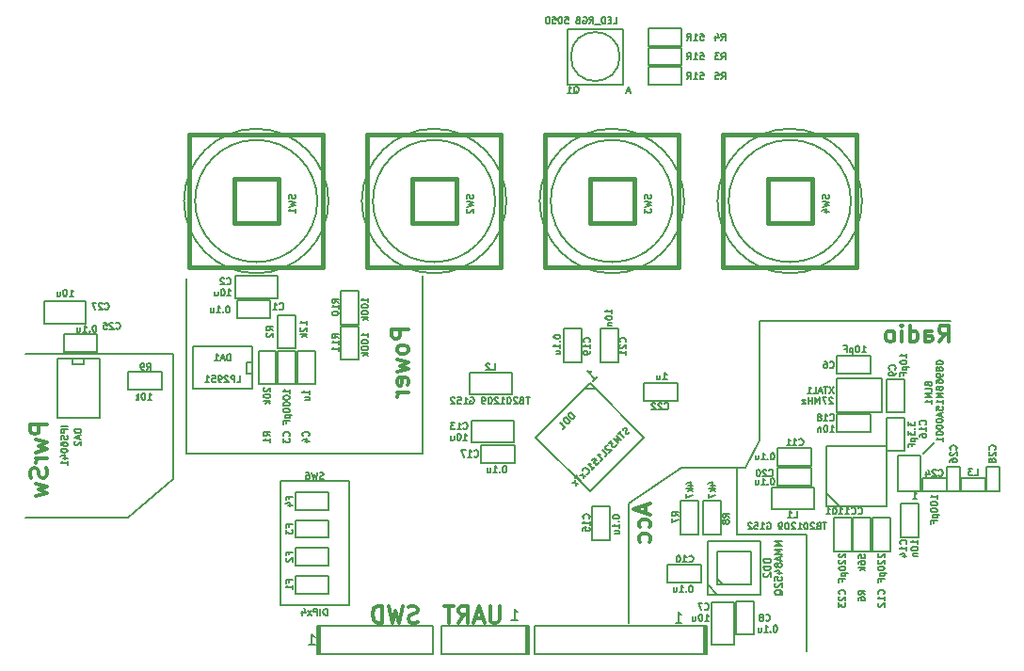
<source format=gbo>
G04 #@! TF.FileFunction,Legend,Bot*
%FSLAX46Y46*%
G04 Gerber Fmt 4.6, Leading zero omitted, Abs format (unit mm)*
G04 Created by KiCad (PCBNEW (2015-08-16 BZR 6097, Git b384c94)-product) date 30.08.2015 23:23:13*
%MOMM*%
G01*
G04 APERTURE LIST*
%ADD10C,0.100000*%
%ADD11C,0.200000*%
%ADD12C,0.300000*%
%ADD13C,0.150000*%
%ADD14C,0.127000*%
%ADD15C,0.149860*%
%ADD16C,0.381000*%
G04 APERTURE END LIST*
D10*
D11*
X141250000Y-90750000D02*
X143250000Y-90750000D01*
X141250000Y-101500000D02*
X141250000Y-90750000D01*
X140000000Y-104000000D02*
X141250000Y-101500000D01*
X139250000Y-104000000D02*
X140000000Y-104000000D01*
X139250000Y-104000000D02*
X134250000Y-104000000D01*
X139250000Y-110000000D02*
X139250000Y-104000000D01*
X84500000Y-108500000D02*
X75250000Y-108500000D01*
X88500000Y-105000000D02*
X84500000Y-108500000D01*
X88500000Y-103500000D02*
X88500000Y-105000000D01*
D12*
X77178571Y-100107143D02*
X75678571Y-100107143D01*
X75678571Y-100678571D01*
X75750000Y-100821429D01*
X75821429Y-100892857D01*
X75964286Y-100964286D01*
X76178571Y-100964286D01*
X76321429Y-100892857D01*
X76392857Y-100821429D01*
X76464286Y-100678571D01*
X76464286Y-100107143D01*
X76178571Y-101464286D02*
X77178571Y-101750000D01*
X76464286Y-102035714D01*
X77178571Y-102321429D01*
X76178571Y-102607143D01*
X77178571Y-103178572D02*
X76178571Y-103178572D01*
X76464286Y-103178572D02*
X76321429Y-103250000D01*
X76250000Y-103321429D01*
X76178571Y-103464286D01*
X76178571Y-103607143D01*
X77107143Y-104035714D02*
X77178571Y-104250000D01*
X77178571Y-104607143D01*
X77107143Y-104750000D01*
X77035714Y-104821429D01*
X76892857Y-104892857D01*
X76750000Y-104892857D01*
X76607143Y-104821429D01*
X76535714Y-104750000D01*
X76464286Y-104607143D01*
X76392857Y-104321429D01*
X76321429Y-104178571D01*
X76250000Y-104107143D01*
X76107143Y-104035714D01*
X75964286Y-104035714D01*
X75821429Y-104107143D01*
X75750000Y-104178571D01*
X75678571Y-104321429D01*
X75678571Y-104678571D01*
X75750000Y-104892857D01*
X76178571Y-105392857D02*
X77178571Y-105678571D01*
X76464286Y-105964285D01*
X77178571Y-106250000D01*
X76178571Y-106535714D01*
D11*
X88500000Y-93750000D02*
X88500000Y-94250000D01*
X75250000Y-93750000D02*
X88500000Y-93750000D01*
X88500000Y-103500000D02*
X88500000Y-94250000D01*
D12*
X109678571Y-91535715D02*
X108178571Y-91535715D01*
X108178571Y-92107143D01*
X108250000Y-92250001D01*
X108321429Y-92321429D01*
X108464286Y-92392858D01*
X108678571Y-92392858D01*
X108821429Y-92321429D01*
X108892857Y-92250001D01*
X108964286Y-92107143D01*
X108964286Y-91535715D01*
X109678571Y-93250001D02*
X109607143Y-93107143D01*
X109535714Y-93035715D01*
X109392857Y-92964286D01*
X108964286Y-92964286D01*
X108821429Y-93035715D01*
X108750000Y-93107143D01*
X108678571Y-93250001D01*
X108678571Y-93464286D01*
X108750000Y-93607143D01*
X108821429Y-93678572D01*
X108964286Y-93750001D01*
X109392857Y-93750001D01*
X109535714Y-93678572D01*
X109607143Y-93607143D01*
X109678571Y-93464286D01*
X109678571Y-93250001D01*
X108678571Y-94250001D02*
X109678571Y-94535715D01*
X108964286Y-94821429D01*
X109678571Y-95107144D01*
X108678571Y-95392858D01*
X109607143Y-96535715D02*
X109678571Y-96392858D01*
X109678571Y-96107144D01*
X109607143Y-95964287D01*
X109464286Y-95892858D01*
X108892857Y-95892858D01*
X108750000Y-95964287D01*
X108678571Y-96107144D01*
X108678571Y-96392858D01*
X108750000Y-96535715D01*
X108892857Y-96607144D01*
X109035714Y-96607144D01*
X109178571Y-95892858D01*
X109678571Y-97250001D02*
X108678571Y-97250001D01*
X108964286Y-97250001D02*
X108821429Y-97321429D01*
X108750000Y-97392858D01*
X108678571Y-97535715D01*
X108678571Y-97678572D01*
D11*
X111000000Y-102750000D02*
X111000000Y-86750000D01*
X89750000Y-102750000D02*
X111000000Y-102750000D01*
X89750000Y-87000000D02*
X89750000Y-102750000D01*
D12*
X131000000Y-107357143D02*
X131000000Y-108071429D01*
X131428571Y-107214286D02*
X129928571Y-107714286D01*
X131428571Y-108214286D01*
X131357143Y-109357143D02*
X131428571Y-109214286D01*
X131428571Y-108928572D01*
X131357143Y-108785714D01*
X131285714Y-108714286D01*
X131142857Y-108642857D01*
X130714286Y-108642857D01*
X130571429Y-108714286D01*
X130500000Y-108785714D01*
X130428571Y-108928572D01*
X130428571Y-109214286D01*
X130500000Y-109357143D01*
X131357143Y-110642857D02*
X131428571Y-110500000D01*
X131428571Y-110214286D01*
X131357143Y-110071428D01*
X131285714Y-110000000D01*
X131142857Y-109928571D01*
X130714286Y-109928571D01*
X130571429Y-110000000D01*
X130500000Y-110071428D01*
X130428571Y-110214286D01*
X130428571Y-110500000D01*
X130500000Y-110642857D01*
D11*
X129500000Y-107250000D02*
X134250000Y-104000000D01*
X129500000Y-118000000D02*
X129500000Y-107250000D01*
D12*
X157428571Y-92678571D02*
X157928571Y-91964286D01*
X158285714Y-92678571D02*
X158285714Y-91178571D01*
X157714286Y-91178571D01*
X157571428Y-91250000D01*
X157500000Y-91321429D01*
X157428571Y-91464286D01*
X157428571Y-91678571D01*
X157500000Y-91821429D01*
X157571428Y-91892857D01*
X157714286Y-91964286D01*
X158285714Y-91964286D01*
X156142857Y-92678571D02*
X156142857Y-91892857D01*
X156214286Y-91750000D01*
X156357143Y-91678571D01*
X156642857Y-91678571D01*
X156785714Y-91750000D01*
X156142857Y-92607143D02*
X156285714Y-92678571D01*
X156642857Y-92678571D01*
X156785714Y-92607143D01*
X156857143Y-92464286D01*
X156857143Y-92321429D01*
X156785714Y-92178571D01*
X156642857Y-92107143D01*
X156285714Y-92107143D01*
X156142857Y-92035714D01*
X154785714Y-92678571D02*
X154785714Y-91178571D01*
X154785714Y-92607143D02*
X154928571Y-92678571D01*
X155214285Y-92678571D01*
X155357143Y-92607143D01*
X155428571Y-92535714D01*
X155500000Y-92392857D01*
X155500000Y-91964286D01*
X155428571Y-91821429D01*
X155357143Y-91750000D01*
X155214285Y-91678571D01*
X154928571Y-91678571D01*
X154785714Y-91750000D01*
X154071428Y-92678571D02*
X154071428Y-91678571D01*
X154071428Y-91178571D02*
X154142857Y-91250000D01*
X154071428Y-91321429D01*
X154000000Y-91250000D01*
X154071428Y-91178571D01*
X154071428Y-91321429D01*
X153142856Y-92678571D02*
X153285714Y-92607143D01*
X153357142Y-92535714D01*
X153428571Y-92392857D01*
X153428571Y-91964286D01*
X153357142Y-91821429D01*
X153285714Y-91750000D01*
X153142856Y-91678571D01*
X152928571Y-91678571D01*
X152785714Y-91750000D01*
X152714285Y-91821429D01*
X152642856Y-91964286D01*
X152642856Y-92392857D01*
X152714285Y-92535714D01*
X152785714Y-92607143D01*
X152928571Y-92678571D01*
X153142856Y-92678571D01*
D11*
X145500000Y-110000000D02*
X145500000Y-120500000D01*
X143750000Y-110000000D02*
X145500000Y-110000000D01*
X139250000Y-110000000D02*
X143750000Y-110000000D01*
X158500000Y-90750000D02*
X143250000Y-90750000D01*
D12*
X110535714Y-117857143D02*
X110321428Y-117928571D01*
X109964285Y-117928571D01*
X109821428Y-117857143D01*
X109749999Y-117785714D01*
X109678571Y-117642857D01*
X109678571Y-117500000D01*
X109749999Y-117357143D01*
X109821428Y-117285714D01*
X109964285Y-117214286D01*
X110249999Y-117142857D01*
X110392857Y-117071429D01*
X110464285Y-117000000D01*
X110535714Y-116857143D01*
X110535714Y-116714286D01*
X110464285Y-116571429D01*
X110392857Y-116500000D01*
X110249999Y-116428571D01*
X109892857Y-116428571D01*
X109678571Y-116500000D01*
X109178571Y-116428571D02*
X108821428Y-117928571D01*
X108535714Y-116857143D01*
X108250000Y-117928571D01*
X107892857Y-116428571D01*
X107321428Y-117928571D02*
X107321428Y-116428571D01*
X106964285Y-116428571D01*
X106750000Y-116500000D01*
X106607142Y-116642857D01*
X106535714Y-116785714D01*
X106464285Y-117071429D01*
X106464285Y-117285714D01*
X106535714Y-117571429D01*
X106607142Y-117714286D01*
X106750000Y-117857143D01*
X106964285Y-117928571D01*
X107321428Y-117928571D01*
X117892857Y-116428571D02*
X117892857Y-117642857D01*
X117821429Y-117785714D01*
X117750000Y-117857143D01*
X117607143Y-117928571D01*
X117321429Y-117928571D01*
X117178571Y-117857143D01*
X117107143Y-117785714D01*
X117035714Y-117642857D01*
X117035714Y-116428571D01*
X116392857Y-117500000D02*
X115678571Y-117500000D01*
X116535714Y-117928571D02*
X116035714Y-116428571D01*
X115535714Y-117928571D01*
X114178571Y-117928571D02*
X114678571Y-117214286D01*
X115035714Y-117928571D02*
X115035714Y-116428571D01*
X114464286Y-116428571D01*
X114321428Y-116500000D01*
X114250000Y-116571429D01*
X114178571Y-116714286D01*
X114178571Y-116928571D01*
X114250000Y-117071429D01*
X114321428Y-117142857D01*
X114464286Y-117214286D01*
X115035714Y-117214286D01*
X113750000Y-116428571D02*
X112892857Y-116428571D01*
X113321428Y-117928571D02*
X113321428Y-116428571D01*
D11*
X156000000Y-102750000D02*
X157000000Y-101750000D01*
D13*
X94250000Y-89750000D02*
X94250000Y-90550000D01*
X94250000Y-90550000D02*
X97250000Y-90550000D01*
X97250000Y-90550000D02*
X97250000Y-88950000D01*
X97250000Y-88950000D02*
X94250000Y-88950000D01*
X94250000Y-88950000D02*
X94250000Y-89750000D01*
X94100000Y-88750000D02*
X97900000Y-88750000D01*
X97900000Y-88750000D02*
X97900000Y-86750000D01*
X97900000Y-86750000D02*
X94100000Y-86750000D01*
X94100000Y-86750000D02*
X94100000Y-88750000D01*
X98750000Y-96500000D02*
X99550000Y-96500000D01*
X99550000Y-96500000D02*
X99550000Y-93500000D01*
X99550000Y-93500000D02*
X97950000Y-93500000D01*
X97950000Y-93500000D02*
X97950000Y-96500000D01*
X97950000Y-96500000D02*
X98750000Y-96500000D01*
X100500000Y-96500000D02*
X101300000Y-96500000D01*
X101300000Y-96500000D02*
X101300000Y-93500000D01*
X101300000Y-93500000D02*
X99700000Y-93500000D01*
X99700000Y-93500000D02*
X99700000Y-96500000D01*
X99700000Y-96500000D02*
X100500000Y-96500000D01*
X148250000Y-94750000D02*
X148250000Y-95550000D01*
X148250000Y-95550000D02*
X151250000Y-95550000D01*
X151250000Y-95550000D02*
X151250000Y-93950000D01*
X151250000Y-93950000D02*
X148250000Y-93950000D01*
X148250000Y-93950000D02*
X148250000Y-94750000D01*
X137000000Y-116100000D02*
X137000000Y-119900000D01*
X137000000Y-119900000D02*
X139000000Y-119900000D01*
X139000000Y-119900000D02*
X139000000Y-116100000D01*
X139000000Y-116100000D02*
X137000000Y-116100000D01*
X140000000Y-116000000D02*
X139200000Y-116000000D01*
X139200000Y-116000000D02*
X139200000Y-119000000D01*
X139200000Y-119000000D02*
X140800000Y-119000000D01*
X140800000Y-119000000D02*
X140800000Y-116000000D01*
X140800000Y-116000000D02*
X140000000Y-116000000D01*
X153500000Y-99000000D02*
X154300000Y-99000000D01*
X154300000Y-99000000D02*
X154300000Y-96000000D01*
X154300000Y-96000000D02*
X152700000Y-96000000D01*
X152700000Y-96000000D02*
X152700000Y-99000000D01*
X152700000Y-99000000D02*
X153500000Y-99000000D01*
X136000000Y-113500000D02*
X136000000Y-112700000D01*
X136000000Y-112700000D02*
X133000000Y-112700000D01*
X133000000Y-112700000D02*
X133000000Y-114300000D01*
X133000000Y-114300000D02*
X136000000Y-114300000D01*
X136000000Y-114300000D02*
X136000000Y-113500000D01*
X145900000Y-103000000D02*
X145900000Y-102200000D01*
X145900000Y-102200000D02*
X142900000Y-102200000D01*
X142900000Y-102200000D02*
X142900000Y-103800000D01*
X142900000Y-103800000D02*
X145900000Y-103800000D01*
X145900000Y-103800000D02*
X145900000Y-103000000D01*
X152250000Y-108500000D02*
X151450000Y-108500000D01*
X151450000Y-108500000D02*
X151450000Y-111500000D01*
X151450000Y-111500000D02*
X153050000Y-111500000D01*
X153050000Y-111500000D02*
X153050000Y-108500000D01*
X153050000Y-108500000D02*
X152250000Y-108500000D01*
X119150000Y-99750000D02*
X115350000Y-99750000D01*
X115350000Y-99750000D02*
X115350000Y-101750000D01*
X115350000Y-101750000D02*
X119150000Y-101750000D01*
X119150000Y-101750000D02*
X119150000Y-99750000D01*
X154750000Y-107250000D02*
X153950000Y-107250000D01*
X153950000Y-107250000D02*
X153950000Y-110250000D01*
X153950000Y-110250000D02*
X155550000Y-110250000D01*
X155550000Y-110250000D02*
X155550000Y-107250000D01*
X155550000Y-107250000D02*
X154750000Y-107250000D01*
X127000000Y-107500000D02*
X126200000Y-107500000D01*
X126200000Y-107500000D02*
X126200000Y-110500000D01*
X126200000Y-110500000D02*
X127800000Y-110500000D01*
X127800000Y-110500000D02*
X127800000Y-107500000D01*
X127800000Y-107500000D02*
X127000000Y-107500000D01*
X153500000Y-102500000D02*
X154300000Y-102500000D01*
X154300000Y-102500000D02*
X154300000Y-99500000D01*
X154300000Y-99500000D02*
X152700000Y-99500000D01*
X152700000Y-99500000D02*
X152700000Y-102500000D01*
X152700000Y-102500000D02*
X153500000Y-102500000D01*
X119250000Y-102750000D02*
X119250000Y-101950000D01*
X119250000Y-101950000D02*
X116250000Y-101950000D01*
X116250000Y-101950000D02*
X116250000Y-103550000D01*
X116250000Y-103550000D02*
X119250000Y-103550000D01*
X119250000Y-103550000D02*
X119250000Y-102750000D01*
X151250000Y-100000000D02*
X151250000Y-99200000D01*
X151250000Y-99200000D02*
X148250000Y-99200000D01*
X148250000Y-99200000D02*
X148250000Y-100800000D01*
X148250000Y-100800000D02*
X151250000Y-100800000D01*
X151250000Y-100800000D02*
X151250000Y-100000000D01*
X124500000Y-94500000D02*
X125300000Y-94500000D01*
X125300000Y-94500000D02*
X125300000Y-91500000D01*
X125300000Y-91500000D02*
X123700000Y-91500000D01*
X123700000Y-91500000D02*
X123700000Y-94500000D01*
X123700000Y-94500000D02*
X124500000Y-94500000D01*
X145900000Y-104800000D02*
X145900000Y-104000000D01*
X145900000Y-104000000D02*
X142900000Y-104000000D01*
X142900000Y-104000000D02*
X142900000Y-105600000D01*
X142900000Y-105600000D02*
X145900000Y-105600000D01*
X145900000Y-105600000D02*
X145900000Y-104800000D01*
X127750000Y-94500000D02*
X128550000Y-94500000D01*
X128550000Y-94500000D02*
X128550000Y-91500000D01*
X128550000Y-91500000D02*
X126950000Y-91500000D01*
X126950000Y-91500000D02*
X126950000Y-94500000D01*
X126950000Y-94500000D02*
X127750000Y-94500000D01*
X130900000Y-97200000D02*
X130900000Y-98000000D01*
X130900000Y-98000000D02*
X133900000Y-98000000D01*
X133900000Y-98000000D02*
X133900000Y-96400000D01*
X133900000Y-96400000D02*
X130900000Y-96400000D01*
X130900000Y-96400000D02*
X130900000Y-97200000D01*
X148750000Y-108500000D02*
X147950000Y-108500000D01*
X147950000Y-108500000D02*
X147950000Y-111500000D01*
X147950000Y-111500000D02*
X149550000Y-111500000D01*
X149550000Y-111500000D02*
X149550000Y-108500000D01*
X149550000Y-108500000D02*
X148750000Y-108500000D01*
X78700000Y-92800000D02*
X78700000Y-93600000D01*
X78700000Y-93600000D02*
X81700000Y-93600000D01*
X81700000Y-93600000D02*
X81700000Y-92000000D01*
X81700000Y-92000000D02*
X78700000Y-92000000D01*
X78700000Y-92000000D02*
X78700000Y-92800000D01*
X159350000Y-105000000D02*
X159350000Y-103900000D01*
X159350000Y-103900000D02*
X158150000Y-103900000D01*
X158150000Y-103900000D02*
X158150000Y-106100000D01*
X158150000Y-106100000D02*
X159350000Y-106100000D01*
X159350000Y-106100000D02*
X159350000Y-105000000D01*
X76900000Y-91000000D02*
X80700000Y-91000000D01*
X80700000Y-91000000D02*
X80700000Y-89000000D01*
X80700000Y-89000000D02*
X76900000Y-89000000D01*
X76900000Y-89000000D02*
X76900000Y-91000000D01*
X162850000Y-105000000D02*
X162850000Y-103900000D01*
X162850000Y-103900000D02*
X161650000Y-103900000D01*
X161650000Y-103900000D02*
X161650000Y-106100000D01*
X161650000Y-106100000D02*
X162850000Y-106100000D01*
X162850000Y-106100000D02*
X162850000Y-105000000D01*
D14*
X95667000Y-96778000D02*
X95667000Y-96905000D01*
X95667000Y-96905000D02*
X90333000Y-96905000D01*
X90333000Y-93095000D02*
X95667000Y-93095000D01*
X95667000Y-93095000D02*
X95667000Y-96778000D01*
X95667000Y-94492000D02*
X95159000Y-94492000D01*
X95159000Y-94492000D02*
X95159000Y-95508000D01*
X95159000Y-95508000D02*
X95667000Y-95508000D01*
X90333000Y-93095000D02*
X90333000Y-96905000D01*
X81778000Y-94133000D02*
X81905000Y-94133000D01*
X81905000Y-94133000D02*
X81905000Y-99467000D01*
X78095000Y-99467000D02*
X78095000Y-94133000D01*
X78095000Y-94133000D02*
X81778000Y-94133000D01*
X79492000Y-94133000D02*
X79492000Y-94641000D01*
X79492000Y-94641000D02*
X80508000Y-94641000D01*
X80508000Y-94641000D02*
X80508000Y-94133000D01*
X78095000Y-99467000D02*
X81905000Y-99467000D01*
D13*
X126494975Y-96865938D02*
X125505025Y-96865938D01*
X123560482Y-98810482D02*
X121120963Y-101250000D01*
X121120963Y-101250000D02*
X126000000Y-106129037D01*
X126000000Y-106129037D02*
X130879037Y-101250000D01*
X130879037Y-101250000D02*
X126000000Y-96370963D01*
X126000000Y-96370963D02*
X123560482Y-98810482D01*
X137500000Y-115400000D02*
X136600000Y-114500000D01*
X136600000Y-114500000D02*
X136600000Y-114400000D01*
X139000000Y-115400000D02*
X141400000Y-115400000D01*
X141400000Y-115400000D02*
X141400000Y-110600000D01*
X141400000Y-110600000D02*
X136600000Y-110600000D01*
X136600000Y-110600000D02*
X136600000Y-115400000D01*
X136600000Y-115400000D02*
X139000000Y-115400000D01*
D15*
X137999240Y-114501140D02*
X137498860Y-114000760D01*
X140501140Y-114501140D02*
X140501140Y-111498860D01*
X140501140Y-111498860D02*
X137498860Y-111498860D01*
X137498860Y-111498860D02*
X137498860Y-114501140D01*
X137498860Y-114501140D02*
X140501140Y-114501140D01*
D13*
X147300000Y-106300000D02*
X148450000Y-107450000D01*
X152700000Y-107450000D02*
X152700000Y-102050000D01*
X152700000Y-102050000D02*
X147300000Y-102050000D01*
X147300000Y-102050000D02*
X147300000Y-107450000D01*
X147300000Y-107450000D02*
X152700000Y-107450000D01*
X102500000Y-114500000D02*
X102500000Y-113700000D01*
X102500000Y-113700000D02*
X99500000Y-113700000D01*
X99500000Y-113700000D02*
X99500000Y-115300000D01*
X99500000Y-115300000D02*
X102500000Y-115300000D01*
X102500000Y-115300000D02*
X102500000Y-114500000D01*
X102500000Y-112000000D02*
X102500000Y-111200000D01*
X102500000Y-111200000D02*
X99500000Y-111200000D01*
X99500000Y-111200000D02*
X99500000Y-112800000D01*
X99500000Y-112800000D02*
X102500000Y-112800000D01*
X102500000Y-112800000D02*
X102500000Y-112000000D01*
X102500000Y-109500000D02*
X102500000Y-108700000D01*
X102500000Y-108700000D02*
X99500000Y-108700000D01*
X99500000Y-108700000D02*
X99500000Y-110300000D01*
X99500000Y-110300000D02*
X102500000Y-110300000D01*
X102500000Y-110300000D02*
X102500000Y-109500000D01*
X102500000Y-107000000D02*
X102500000Y-106200000D01*
X102500000Y-106200000D02*
X99500000Y-106200000D01*
X99500000Y-106200000D02*
X99500000Y-107800000D01*
X99500000Y-107800000D02*
X102500000Y-107800000D01*
X102500000Y-107800000D02*
X102500000Y-107000000D01*
X146150000Y-106750000D02*
X146150000Y-105750000D01*
X146150000Y-105750000D02*
X142350000Y-105750000D01*
X142350000Y-105750000D02*
X142350000Y-107750000D01*
X142350000Y-107750000D02*
X146150000Y-107750000D01*
X146150000Y-107750000D02*
X146150000Y-106700000D01*
X119029000Y-96432400D02*
X119029000Y-95432400D01*
X119029000Y-95432400D02*
X115229000Y-95432400D01*
X115229000Y-95432400D02*
X115229000Y-97432400D01*
X115229000Y-97432400D02*
X119029000Y-97432400D01*
X119029000Y-97432400D02*
X119029000Y-96382400D01*
X160500000Y-104900000D02*
X159400000Y-104900000D01*
X159400000Y-104900000D02*
X159400000Y-106100000D01*
X159400000Y-106100000D02*
X161600000Y-106100000D01*
X161600000Y-106100000D02*
X161600000Y-104900000D01*
X161600000Y-104900000D02*
X160500000Y-104900000D01*
D15*
X128699640Y-67000000D02*
G75*
G03X128699640Y-67000000I-2199640J0D01*
G01*
X124000640Y-64500640D02*
X124000640Y-69499360D01*
X124000640Y-69499360D02*
X128999360Y-69499360D01*
X128999360Y-69499360D02*
X128999360Y-64500640D01*
X128999360Y-64500640D02*
X124000640Y-64500640D01*
D13*
X97000000Y-96500000D02*
X97800000Y-96500000D01*
X97800000Y-96500000D02*
X97800000Y-93500000D01*
X97800000Y-93500000D02*
X96200000Y-93500000D01*
X96200000Y-93500000D02*
X96200000Y-96500000D01*
X96200000Y-96500000D02*
X97000000Y-96500000D01*
X98750000Y-93250000D02*
X99550000Y-93250000D01*
X99550000Y-93250000D02*
X99550000Y-90250000D01*
X99550000Y-90250000D02*
X97950000Y-90250000D01*
X97950000Y-90250000D02*
X97950000Y-93250000D01*
X97950000Y-93250000D02*
X98750000Y-93250000D01*
X134250000Y-67000000D02*
X134250000Y-66200000D01*
X134250000Y-66200000D02*
X131250000Y-66200000D01*
X131250000Y-66200000D02*
X131250000Y-67800000D01*
X131250000Y-67800000D02*
X134250000Y-67800000D01*
X134250000Y-67800000D02*
X134250000Y-67000000D01*
X134250000Y-65250000D02*
X134250000Y-64450000D01*
X134250000Y-64450000D02*
X131250000Y-64450000D01*
X131250000Y-64450000D02*
X131250000Y-66050000D01*
X131250000Y-66050000D02*
X134250000Y-66050000D01*
X134250000Y-66050000D02*
X134250000Y-65250000D01*
X134250000Y-68750000D02*
X134250000Y-67950000D01*
X134250000Y-67950000D02*
X131250000Y-67950000D01*
X131250000Y-67950000D02*
X131250000Y-69550000D01*
X131250000Y-69550000D02*
X134250000Y-69550000D01*
X134250000Y-69550000D02*
X134250000Y-68750000D01*
X150500000Y-108500000D02*
X149700000Y-108500000D01*
X149700000Y-108500000D02*
X149700000Y-111500000D01*
X149700000Y-111500000D02*
X151300000Y-111500000D01*
X151300000Y-111500000D02*
X151300000Y-108500000D01*
X151300000Y-108500000D02*
X150500000Y-108500000D01*
X135000000Y-107000000D02*
X134200000Y-107000000D01*
X134200000Y-107000000D02*
X134200000Y-110000000D01*
X134200000Y-110000000D02*
X135800000Y-110000000D01*
X135800000Y-110000000D02*
X135800000Y-107000000D01*
X135800000Y-107000000D02*
X135000000Y-107000000D01*
X137000000Y-110000000D02*
X137800000Y-110000000D01*
X137800000Y-110000000D02*
X137800000Y-107000000D01*
X137800000Y-107000000D02*
X136200000Y-107000000D01*
X136200000Y-107000000D02*
X136200000Y-110000000D01*
X136200000Y-110000000D02*
X137000000Y-110000000D01*
X87500000Y-96200000D02*
X87500000Y-95400000D01*
X87500000Y-95400000D02*
X84500000Y-95400000D01*
X84500000Y-95400000D02*
X84500000Y-97000000D01*
X84500000Y-97000000D02*
X87500000Y-97000000D01*
X87500000Y-97000000D02*
X87500000Y-96200000D01*
D14*
X102499860Y-80000000D02*
G75*
G03X102499860Y-80000000I-6499860J0D01*
G01*
X101499100Y-80000000D02*
G75*
G03X101499100Y-80000000I-5499100J0D01*
G01*
D16*
X94001020Y-81998980D02*
X97998980Y-81998980D01*
X97998980Y-81998980D02*
X97998980Y-78001020D01*
X97998980Y-78001020D02*
X94001020Y-78001020D01*
X94001020Y-78001020D02*
X94001020Y-81998980D01*
X96000000Y-74000520D02*
X90000520Y-74000520D01*
X90000520Y-74000520D02*
X90000520Y-85999480D01*
X90000520Y-85999480D02*
X101999480Y-85999480D01*
X101999480Y-85999480D02*
X101999480Y-74000520D01*
X101999480Y-74000520D02*
X96000000Y-74000520D01*
D14*
X118499860Y-80000000D02*
G75*
G03X118499860Y-80000000I-6499860J0D01*
G01*
X117499100Y-80000000D02*
G75*
G03X117499100Y-80000000I-5499100J0D01*
G01*
D16*
X110001020Y-81998980D02*
X113998980Y-81998980D01*
X113998980Y-81998980D02*
X113998980Y-78001020D01*
X113998980Y-78001020D02*
X110001020Y-78001020D01*
X110001020Y-78001020D02*
X110001020Y-81998980D01*
X112000000Y-74000520D02*
X106000520Y-74000520D01*
X106000520Y-74000520D02*
X106000520Y-85999480D01*
X106000520Y-85999480D02*
X117999480Y-85999480D01*
X117999480Y-85999480D02*
X117999480Y-74000520D01*
X117999480Y-74000520D02*
X112000000Y-74000520D01*
D14*
X134499860Y-80000000D02*
G75*
G03X134499860Y-80000000I-6499860J0D01*
G01*
X133499100Y-80000000D02*
G75*
G03X133499100Y-80000000I-5499100J0D01*
G01*
D16*
X126001020Y-81998980D02*
X129998980Y-81998980D01*
X129998980Y-81998980D02*
X129998980Y-78001020D01*
X129998980Y-78001020D02*
X126001020Y-78001020D01*
X126001020Y-78001020D02*
X126001020Y-81998980D01*
X128000000Y-74000520D02*
X122000520Y-74000520D01*
X122000520Y-74000520D02*
X122000520Y-85999480D01*
X122000520Y-85999480D02*
X133999480Y-85999480D01*
X133999480Y-85999480D02*
X133999480Y-74000520D01*
X133999480Y-74000520D02*
X128000000Y-74000520D01*
D14*
X150499860Y-80000000D02*
G75*
G03X150499860Y-80000000I-6499860J0D01*
G01*
X149499100Y-80000000D02*
G75*
G03X149499100Y-80000000I-5499100J0D01*
G01*
D16*
X142001020Y-81998980D02*
X145998980Y-81998980D01*
X145998980Y-81998980D02*
X145998980Y-78001020D01*
X145998980Y-78001020D02*
X142001020Y-78001020D01*
X142001020Y-78001020D02*
X142001020Y-81998980D01*
X144000000Y-74000520D02*
X138000520Y-74000520D01*
X138000520Y-74000520D02*
X138000520Y-85999480D01*
X138000520Y-85999480D02*
X149999480Y-85999480D01*
X149999480Y-85999480D02*
X149999480Y-74000520D01*
X149999480Y-74000520D02*
X144000000Y-74000520D01*
D13*
X104350000Y-105150000D02*
X98150000Y-105150000D01*
X98150000Y-105150000D02*
X98150000Y-116350000D01*
X98150000Y-116350000D02*
X104350000Y-116350000D01*
X104350000Y-116350000D02*
X104350000Y-105150000D01*
X101476000Y-118230000D02*
X111890000Y-118230000D01*
X111890000Y-118230000D02*
X111890000Y-120770000D01*
X111890000Y-120770000D02*
X101476000Y-120770000D01*
X101476000Y-120770000D02*
X101476000Y-118230000D01*
X101476000Y-118230000D02*
X101603000Y-118230000D01*
X101603000Y-118230000D02*
X101603000Y-120770000D01*
X101603000Y-120770000D02*
X101730000Y-120770000D01*
X101730000Y-120770000D02*
X101730000Y-118230000D01*
X136524000Y-120770000D02*
X121030000Y-120770000D01*
X121030000Y-120770000D02*
X121030000Y-118230000D01*
X121030000Y-118230000D02*
X136524000Y-118230000D01*
X136524000Y-118230000D02*
X136524000Y-120770000D01*
X136524000Y-120770000D02*
X136397000Y-120770000D01*
X136397000Y-120770000D02*
X136397000Y-118230000D01*
X136397000Y-118230000D02*
X136270000Y-118230000D01*
X136270000Y-118230000D02*
X136270000Y-120770000D01*
X120397000Y-120770000D02*
X120270000Y-120770000D01*
X120524000Y-118230000D02*
X120397000Y-118230000D01*
X120270000Y-118230000D02*
X112650000Y-118230000D01*
X112650000Y-120770000D02*
X120270000Y-120770000D01*
X112650000Y-120770000D02*
X112650000Y-118230000D01*
X120524000Y-118230000D02*
X120524000Y-120770000D01*
X120524000Y-120770000D02*
X120397000Y-120770000D01*
X120397000Y-120770000D02*
X120397000Y-118230000D01*
X120397000Y-118230000D02*
X120270000Y-118230000D01*
X120270000Y-118230000D02*
X120270000Y-120770000D01*
X148218000Y-99024000D02*
X152282000Y-99024000D01*
X152282000Y-99024000D02*
X152282000Y-95976000D01*
X152282000Y-95976000D02*
X148218000Y-95976000D01*
X148218000Y-95976000D02*
X148218000Y-99024000D01*
X153700000Y-106100000D02*
X155800000Y-106100000D01*
X155800000Y-106100000D02*
X155800000Y-102900000D01*
X155800000Y-102900000D02*
X153700000Y-102900000D01*
X153700000Y-102900000D02*
X153700000Y-106100000D01*
X157000000Y-104900000D02*
X155900000Y-104900000D01*
X155900000Y-104900000D02*
X155900000Y-106100000D01*
X155900000Y-106100000D02*
X158100000Y-106100000D01*
X158100000Y-106100000D02*
X158100000Y-104900000D01*
X158100000Y-104900000D02*
X157000000Y-104900000D01*
X104400000Y-88100000D02*
X103600000Y-88100000D01*
X103600000Y-88100000D02*
X103600000Y-91100000D01*
X103600000Y-91100000D02*
X105200000Y-91100000D01*
X105200000Y-91100000D02*
X105200000Y-88100000D01*
X105200000Y-88100000D02*
X104400000Y-88100000D01*
X104400000Y-91300000D02*
X103600000Y-91300000D01*
X103600000Y-91300000D02*
X103600000Y-94300000D01*
X103600000Y-94300000D02*
X105200000Y-94300000D01*
X105200000Y-94300000D02*
X105200000Y-91300000D01*
X105200000Y-91300000D02*
X104400000Y-91300000D01*
X98100000Y-89714286D02*
X98128571Y-89742857D01*
X98214285Y-89771429D01*
X98271428Y-89771429D01*
X98357143Y-89742857D01*
X98414285Y-89685714D01*
X98442857Y-89628571D01*
X98471428Y-89514286D01*
X98471428Y-89428571D01*
X98442857Y-89314286D01*
X98414285Y-89257143D01*
X98357143Y-89200000D01*
X98271428Y-89171429D01*
X98214285Y-89171429D01*
X98128571Y-89200000D01*
X98100000Y-89228571D01*
X97528571Y-89771429D02*
X97871428Y-89771429D01*
X97700000Y-89771429D02*
X97700000Y-89171429D01*
X97757143Y-89257143D01*
X97814285Y-89314286D01*
X97871428Y-89342857D01*
X93478571Y-89421429D02*
X93421428Y-89421429D01*
X93364285Y-89450000D01*
X93335714Y-89478571D01*
X93307143Y-89535714D01*
X93278571Y-89650000D01*
X93278571Y-89792857D01*
X93307143Y-89907143D01*
X93335714Y-89964286D01*
X93364285Y-89992857D01*
X93421428Y-90021429D01*
X93478571Y-90021429D01*
X93535714Y-89992857D01*
X93564285Y-89964286D01*
X93592857Y-89907143D01*
X93621428Y-89792857D01*
X93621428Y-89650000D01*
X93592857Y-89535714D01*
X93564285Y-89478571D01*
X93535714Y-89450000D01*
X93478571Y-89421429D01*
X93021428Y-89964286D02*
X92992856Y-89992857D01*
X93021428Y-90021429D01*
X93049999Y-89992857D01*
X93021428Y-89964286D01*
X93021428Y-90021429D01*
X92421428Y-90021429D02*
X92764285Y-90021429D01*
X92592857Y-90021429D02*
X92592857Y-89421429D01*
X92650000Y-89507143D01*
X92707142Y-89564286D01*
X92764285Y-89592857D01*
X91907142Y-89621429D02*
X91907142Y-90021429D01*
X92164285Y-89621429D02*
X92164285Y-89935714D01*
X92135713Y-89992857D01*
X92078571Y-90021429D01*
X91992856Y-90021429D01*
X91935713Y-89992857D01*
X91907142Y-89964286D01*
X93350000Y-87464286D02*
X93378571Y-87492857D01*
X93464285Y-87521429D01*
X93521428Y-87521429D01*
X93607143Y-87492857D01*
X93664285Y-87435714D01*
X93692857Y-87378571D01*
X93721428Y-87264286D01*
X93721428Y-87178571D01*
X93692857Y-87064286D01*
X93664285Y-87007143D01*
X93607143Y-86950000D01*
X93521428Y-86921429D01*
X93464285Y-86921429D01*
X93378571Y-86950000D01*
X93350000Y-86978571D01*
X93121428Y-86978571D02*
X93092857Y-86950000D01*
X93035714Y-86921429D01*
X92892857Y-86921429D01*
X92835714Y-86950000D01*
X92807143Y-86978571D01*
X92778571Y-87035714D01*
X92778571Y-87092857D01*
X92807143Y-87178571D01*
X93150000Y-87521429D01*
X92778571Y-87521429D01*
X93385714Y-88521429D02*
X93728571Y-88521429D01*
X93557143Y-88521429D02*
X93557143Y-87921429D01*
X93614286Y-88007143D01*
X93671428Y-88064286D01*
X93728571Y-88092857D01*
X93014285Y-87921429D02*
X92957142Y-87921429D01*
X92899999Y-87950000D01*
X92871428Y-87978571D01*
X92842857Y-88035714D01*
X92814285Y-88150000D01*
X92814285Y-88292857D01*
X92842857Y-88407143D01*
X92871428Y-88464286D01*
X92899999Y-88492857D01*
X92957142Y-88521429D01*
X93014285Y-88521429D01*
X93071428Y-88492857D01*
X93099999Y-88464286D01*
X93128571Y-88407143D01*
X93157142Y-88292857D01*
X93157142Y-88150000D01*
X93128571Y-88035714D01*
X93099999Y-87978571D01*
X93071428Y-87950000D01*
X93014285Y-87921429D01*
X92299999Y-88121429D02*
X92299999Y-88521429D01*
X92557142Y-88121429D02*
X92557142Y-88435714D01*
X92528570Y-88492857D01*
X92471428Y-88521429D01*
X92385713Y-88521429D01*
X92328570Y-88492857D01*
X92299999Y-88464286D01*
X98964286Y-101150000D02*
X98992857Y-101121429D01*
X99021429Y-101035715D01*
X99021429Y-100978572D01*
X98992857Y-100892857D01*
X98935714Y-100835715D01*
X98878571Y-100807143D01*
X98764286Y-100778572D01*
X98678571Y-100778572D01*
X98564286Y-100807143D01*
X98507143Y-100835715D01*
X98450000Y-100892857D01*
X98421429Y-100978572D01*
X98421429Y-101035715D01*
X98450000Y-101121429D01*
X98478571Y-101150000D01*
X98421429Y-101350000D02*
X98421429Y-101721429D01*
X98650000Y-101521429D01*
X98650000Y-101607143D01*
X98678571Y-101664286D01*
X98707143Y-101692857D01*
X98764286Y-101721429D01*
X98907143Y-101721429D01*
X98964286Y-101692857D01*
X98992857Y-101664286D01*
X99021429Y-101607143D01*
X99021429Y-101435715D01*
X98992857Y-101378572D01*
X98964286Y-101350000D01*
X99021429Y-97285714D02*
X99021429Y-96942857D01*
X99021429Y-97114285D02*
X98421429Y-97114285D01*
X98507143Y-97057142D01*
X98564286Y-97000000D01*
X98592857Y-96942857D01*
X98421429Y-97657143D02*
X98421429Y-97714286D01*
X98450000Y-97771429D01*
X98478571Y-97800000D01*
X98535714Y-97828571D01*
X98650000Y-97857143D01*
X98792857Y-97857143D01*
X98907143Y-97828571D01*
X98964286Y-97800000D01*
X98992857Y-97771429D01*
X99021429Y-97714286D01*
X99021429Y-97657143D01*
X98992857Y-97600000D01*
X98964286Y-97571429D01*
X98907143Y-97542857D01*
X98792857Y-97514286D01*
X98650000Y-97514286D01*
X98535714Y-97542857D01*
X98478571Y-97571429D01*
X98450000Y-97600000D01*
X98421429Y-97657143D01*
X98421429Y-98228572D02*
X98421429Y-98285715D01*
X98450000Y-98342858D01*
X98478571Y-98371429D01*
X98535714Y-98400000D01*
X98650000Y-98428572D01*
X98792857Y-98428572D01*
X98907143Y-98400000D01*
X98964286Y-98371429D01*
X98992857Y-98342858D01*
X99021429Y-98285715D01*
X99021429Y-98228572D01*
X98992857Y-98171429D01*
X98964286Y-98142858D01*
X98907143Y-98114286D01*
X98792857Y-98085715D01*
X98650000Y-98085715D01*
X98535714Y-98114286D01*
X98478571Y-98142858D01*
X98450000Y-98171429D01*
X98421429Y-98228572D01*
X98421429Y-98800001D02*
X98421429Y-98857144D01*
X98450000Y-98914287D01*
X98478571Y-98942858D01*
X98535714Y-98971429D01*
X98650000Y-99000001D01*
X98792857Y-99000001D01*
X98907143Y-98971429D01*
X98964286Y-98942858D01*
X98992857Y-98914287D01*
X99021429Y-98857144D01*
X99021429Y-98800001D01*
X98992857Y-98742858D01*
X98964286Y-98714287D01*
X98907143Y-98685715D01*
X98792857Y-98657144D01*
X98650000Y-98657144D01*
X98535714Y-98685715D01*
X98478571Y-98714287D01*
X98450000Y-98742858D01*
X98421429Y-98800001D01*
X98621429Y-99257144D02*
X99221429Y-99257144D01*
X98650000Y-99257144D02*
X98621429Y-99314287D01*
X98621429Y-99428573D01*
X98650000Y-99485716D01*
X98678571Y-99514287D01*
X98735714Y-99542858D01*
X98907143Y-99542858D01*
X98964286Y-99514287D01*
X98992857Y-99485716D01*
X99021429Y-99428573D01*
X99021429Y-99314287D01*
X98992857Y-99257144D01*
X98707143Y-100000001D02*
X98707143Y-99800001D01*
X99021429Y-99800001D02*
X98421429Y-99800001D01*
X98421429Y-100085715D01*
X100714286Y-101150000D02*
X100742857Y-101121429D01*
X100771429Y-101035715D01*
X100771429Y-100978572D01*
X100742857Y-100892857D01*
X100685714Y-100835715D01*
X100628571Y-100807143D01*
X100514286Y-100778572D01*
X100428571Y-100778572D01*
X100314286Y-100807143D01*
X100257143Y-100835715D01*
X100200000Y-100892857D01*
X100171429Y-100978572D01*
X100171429Y-101035715D01*
X100200000Y-101121429D01*
X100228571Y-101150000D01*
X100371429Y-101664286D02*
X100771429Y-101664286D01*
X100142857Y-101521429D02*
X100571429Y-101378572D01*
X100571429Y-101750000D01*
X100771429Y-97400000D02*
X100771429Y-97057143D01*
X100771429Y-97228571D02*
X100171429Y-97228571D01*
X100257143Y-97171428D01*
X100314286Y-97114286D01*
X100342857Y-97057143D01*
X100371429Y-97914286D02*
X100771429Y-97914286D01*
X100371429Y-97657143D02*
X100685714Y-97657143D01*
X100742857Y-97685715D01*
X100771429Y-97742857D01*
X100771429Y-97828572D01*
X100742857Y-97885715D01*
X100714286Y-97914286D01*
X147600000Y-94964286D02*
X147628571Y-94992857D01*
X147714285Y-95021429D01*
X147771428Y-95021429D01*
X147857143Y-94992857D01*
X147914285Y-94935714D01*
X147942857Y-94878571D01*
X147971428Y-94764286D01*
X147971428Y-94678571D01*
X147942857Y-94564286D01*
X147914285Y-94507143D01*
X147857143Y-94450000D01*
X147771428Y-94421429D01*
X147714285Y-94421429D01*
X147628571Y-94450000D01*
X147600000Y-94478571D01*
X147085714Y-94421429D02*
X147200000Y-94421429D01*
X147257143Y-94450000D01*
X147285714Y-94478571D01*
X147342857Y-94564286D01*
X147371428Y-94678571D01*
X147371428Y-94907143D01*
X147342857Y-94964286D01*
X147314285Y-94992857D01*
X147257143Y-95021429D01*
X147142857Y-95021429D01*
X147085714Y-94992857D01*
X147057143Y-94964286D01*
X147028571Y-94907143D01*
X147028571Y-94764286D01*
X147057143Y-94707143D01*
X147085714Y-94678571D01*
X147142857Y-94650000D01*
X147257143Y-94650000D01*
X147314285Y-94678571D01*
X147342857Y-94707143D01*
X147371428Y-94764286D01*
X150491917Y-93621889D02*
X150834774Y-93621889D01*
X150663346Y-93621889D02*
X150663346Y-93021889D01*
X150720489Y-93107603D01*
X150777631Y-93164746D01*
X150834774Y-93193317D01*
X150120488Y-93021889D02*
X150063345Y-93021889D01*
X150006202Y-93050460D01*
X149977631Y-93079031D01*
X149949060Y-93136174D01*
X149920488Y-93250460D01*
X149920488Y-93393317D01*
X149949060Y-93507603D01*
X149977631Y-93564746D01*
X150006202Y-93593317D01*
X150063345Y-93621889D01*
X150120488Y-93621889D01*
X150177631Y-93593317D01*
X150206202Y-93564746D01*
X150234774Y-93507603D01*
X150263345Y-93393317D01*
X150263345Y-93250460D01*
X150234774Y-93136174D01*
X150206202Y-93079031D01*
X150177631Y-93050460D01*
X150120488Y-93021889D01*
X149663345Y-93221889D02*
X149663345Y-93821889D01*
X149663345Y-93250460D02*
X149606202Y-93221889D01*
X149491916Y-93221889D01*
X149434773Y-93250460D01*
X149406202Y-93279031D01*
X149377631Y-93336174D01*
X149377631Y-93507603D01*
X149406202Y-93564746D01*
X149434773Y-93593317D01*
X149491916Y-93621889D01*
X149606202Y-93621889D01*
X149663345Y-93593317D01*
X148920488Y-93307603D02*
X149120488Y-93307603D01*
X149120488Y-93621889D02*
X149120488Y-93021889D01*
X148834774Y-93021889D01*
X136350000Y-116714286D02*
X136378571Y-116742857D01*
X136464285Y-116771429D01*
X136521428Y-116771429D01*
X136607143Y-116742857D01*
X136664285Y-116685714D01*
X136692857Y-116628571D01*
X136721428Y-116514286D01*
X136721428Y-116428571D01*
X136692857Y-116314286D01*
X136664285Y-116257143D01*
X136607143Y-116200000D01*
X136521428Y-116171429D01*
X136464285Y-116171429D01*
X136378571Y-116200000D01*
X136350000Y-116228571D01*
X136150000Y-116171429D02*
X135750000Y-116171429D01*
X136007143Y-116771429D01*
X136385714Y-117771429D02*
X136728571Y-117771429D01*
X136557143Y-117771429D02*
X136557143Y-117171429D01*
X136614286Y-117257143D01*
X136671428Y-117314286D01*
X136728571Y-117342857D01*
X136014285Y-117171429D02*
X135957142Y-117171429D01*
X135899999Y-117200000D01*
X135871428Y-117228571D01*
X135842857Y-117285714D01*
X135814285Y-117400000D01*
X135814285Y-117542857D01*
X135842857Y-117657143D01*
X135871428Y-117714286D01*
X135899999Y-117742857D01*
X135957142Y-117771429D01*
X136014285Y-117771429D01*
X136071428Y-117742857D01*
X136099999Y-117714286D01*
X136128571Y-117657143D01*
X136157142Y-117542857D01*
X136157142Y-117400000D01*
X136128571Y-117285714D01*
X136099999Y-117228571D01*
X136071428Y-117200000D01*
X136014285Y-117171429D01*
X135299999Y-117371429D02*
X135299999Y-117771429D01*
X135557142Y-117371429D02*
X135557142Y-117685714D01*
X135528570Y-117742857D01*
X135471428Y-117771429D01*
X135385713Y-117771429D01*
X135328570Y-117742857D01*
X135299999Y-117714286D01*
X141850000Y-117714286D02*
X141878571Y-117742857D01*
X141964285Y-117771429D01*
X142021428Y-117771429D01*
X142107143Y-117742857D01*
X142164285Y-117685714D01*
X142192857Y-117628571D01*
X142221428Y-117514286D01*
X142221428Y-117428571D01*
X142192857Y-117314286D01*
X142164285Y-117257143D01*
X142107143Y-117200000D01*
X142021428Y-117171429D01*
X141964285Y-117171429D01*
X141878571Y-117200000D01*
X141850000Y-117228571D01*
X141507143Y-117428571D02*
X141564285Y-117400000D01*
X141592857Y-117371429D01*
X141621428Y-117314286D01*
X141621428Y-117285714D01*
X141592857Y-117228571D01*
X141564285Y-117200000D01*
X141507143Y-117171429D01*
X141392857Y-117171429D01*
X141335714Y-117200000D01*
X141307143Y-117228571D01*
X141278571Y-117285714D01*
X141278571Y-117314286D01*
X141307143Y-117371429D01*
X141335714Y-117400000D01*
X141392857Y-117428571D01*
X141507143Y-117428571D01*
X141564285Y-117457143D01*
X141592857Y-117485714D01*
X141621428Y-117542857D01*
X141621428Y-117657143D01*
X141592857Y-117714286D01*
X141564285Y-117742857D01*
X141507143Y-117771429D01*
X141392857Y-117771429D01*
X141335714Y-117742857D01*
X141307143Y-117714286D01*
X141278571Y-117657143D01*
X141278571Y-117542857D01*
X141307143Y-117485714D01*
X141335714Y-117457143D01*
X141392857Y-117428571D01*
X142728571Y-118171429D02*
X142671428Y-118171429D01*
X142614285Y-118200000D01*
X142585714Y-118228571D01*
X142557143Y-118285714D01*
X142528571Y-118400000D01*
X142528571Y-118542857D01*
X142557143Y-118657143D01*
X142585714Y-118714286D01*
X142614285Y-118742857D01*
X142671428Y-118771429D01*
X142728571Y-118771429D01*
X142785714Y-118742857D01*
X142814285Y-118714286D01*
X142842857Y-118657143D01*
X142871428Y-118542857D01*
X142871428Y-118400000D01*
X142842857Y-118285714D01*
X142814285Y-118228571D01*
X142785714Y-118200000D01*
X142728571Y-118171429D01*
X142271428Y-118714286D02*
X142242856Y-118742857D01*
X142271428Y-118771429D01*
X142299999Y-118742857D01*
X142271428Y-118714286D01*
X142271428Y-118771429D01*
X141671428Y-118771429D02*
X142014285Y-118771429D01*
X141842857Y-118771429D02*
X141842857Y-118171429D01*
X141900000Y-118257143D01*
X141957142Y-118314286D01*
X142014285Y-118342857D01*
X141157142Y-118371429D02*
X141157142Y-118771429D01*
X141414285Y-118371429D02*
X141414285Y-118685714D01*
X141385713Y-118742857D01*
X141328571Y-118771429D01*
X141242856Y-118771429D01*
X141185713Y-118742857D01*
X141157142Y-118714286D01*
X153464286Y-95150000D02*
X153492857Y-95121429D01*
X153521429Y-95035715D01*
X153521429Y-94978572D01*
X153492857Y-94892857D01*
X153435714Y-94835715D01*
X153378571Y-94807143D01*
X153264286Y-94778572D01*
X153178571Y-94778572D01*
X153064286Y-94807143D01*
X153007143Y-94835715D01*
X152950000Y-94892857D01*
X152921429Y-94978572D01*
X152921429Y-95035715D01*
X152950000Y-95121429D01*
X152978571Y-95150000D01*
X153521429Y-95435715D02*
X153521429Y-95550000D01*
X153492857Y-95607143D01*
X153464286Y-95635715D01*
X153378571Y-95692857D01*
X153264286Y-95721429D01*
X153035714Y-95721429D01*
X152978571Y-95692857D01*
X152950000Y-95664286D01*
X152921429Y-95607143D01*
X152921429Y-95492857D01*
X152950000Y-95435715D01*
X152978571Y-95407143D01*
X153035714Y-95378572D01*
X153178571Y-95378572D01*
X153235714Y-95407143D01*
X153264286Y-95435715D01*
X153292857Y-95492857D01*
X153292857Y-95607143D01*
X153264286Y-95664286D01*
X153235714Y-95692857D01*
X153178571Y-95721429D01*
X154521429Y-94107143D02*
X154521429Y-93764286D01*
X154521429Y-93935714D02*
X153921429Y-93935714D01*
X154007143Y-93878571D01*
X154064286Y-93821429D01*
X154092857Y-93764286D01*
X153921429Y-94478572D02*
X153921429Y-94535715D01*
X153950000Y-94592858D01*
X153978571Y-94621429D01*
X154035714Y-94650000D01*
X154150000Y-94678572D01*
X154292857Y-94678572D01*
X154407143Y-94650000D01*
X154464286Y-94621429D01*
X154492857Y-94592858D01*
X154521429Y-94535715D01*
X154521429Y-94478572D01*
X154492857Y-94421429D01*
X154464286Y-94392858D01*
X154407143Y-94364286D01*
X154292857Y-94335715D01*
X154150000Y-94335715D01*
X154035714Y-94364286D01*
X153978571Y-94392858D01*
X153950000Y-94421429D01*
X153921429Y-94478572D01*
X154121429Y-94935715D02*
X154721429Y-94935715D01*
X154150000Y-94935715D02*
X154121429Y-94992858D01*
X154121429Y-95107144D01*
X154150000Y-95164287D01*
X154178571Y-95192858D01*
X154235714Y-95221429D01*
X154407143Y-95221429D01*
X154464286Y-95192858D01*
X154492857Y-95164287D01*
X154521429Y-95107144D01*
X154521429Y-94992858D01*
X154492857Y-94935715D01*
X154207143Y-95678572D02*
X154207143Y-95478572D01*
X154521429Y-95478572D02*
X153921429Y-95478572D01*
X153921429Y-95764286D01*
X134949215Y-112444286D02*
X134977786Y-112472857D01*
X135063500Y-112501429D01*
X135120643Y-112501429D01*
X135206358Y-112472857D01*
X135263500Y-112415714D01*
X135292072Y-112358571D01*
X135320643Y-112244286D01*
X135320643Y-112158571D01*
X135292072Y-112044286D01*
X135263500Y-111987143D01*
X135206358Y-111930000D01*
X135120643Y-111901429D01*
X135063500Y-111901429D01*
X134977786Y-111930000D01*
X134949215Y-111958571D01*
X134377786Y-112501429D02*
X134720643Y-112501429D01*
X134549215Y-112501429D02*
X134549215Y-111901429D01*
X134606358Y-111987143D01*
X134663500Y-112044286D01*
X134720643Y-112072857D01*
X134006357Y-111901429D02*
X133949214Y-111901429D01*
X133892071Y-111930000D01*
X133863500Y-111958571D01*
X133834929Y-112015714D01*
X133806357Y-112130000D01*
X133806357Y-112272857D01*
X133834929Y-112387143D01*
X133863500Y-112444286D01*
X133892071Y-112472857D01*
X133949214Y-112501429D01*
X134006357Y-112501429D01*
X134063500Y-112472857D01*
X134092071Y-112444286D01*
X134120643Y-112387143D01*
X134149214Y-112272857D01*
X134149214Y-112130000D01*
X134120643Y-112015714D01*
X134092071Y-111958571D01*
X134063500Y-111930000D01*
X134006357Y-111901429D01*
X135129511Y-114570969D02*
X135072368Y-114570969D01*
X135015225Y-114599540D01*
X134986654Y-114628111D01*
X134958083Y-114685254D01*
X134929511Y-114799540D01*
X134929511Y-114942397D01*
X134958083Y-115056683D01*
X134986654Y-115113826D01*
X135015225Y-115142397D01*
X135072368Y-115170969D01*
X135129511Y-115170969D01*
X135186654Y-115142397D01*
X135215225Y-115113826D01*
X135243797Y-115056683D01*
X135272368Y-114942397D01*
X135272368Y-114799540D01*
X135243797Y-114685254D01*
X135215225Y-114628111D01*
X135186654Y-114599540D01*
X135129511Y-114570969D01*
X134672368Y-115113826D02*
X134643796Y-115142397D01*
X134672368Y-115170969D01*
X134700939Y-115142397D01*
X134672368Y-115113826D01*
X134672368Y-115170969D01*
X134072368Y-115170969D02*
X134415225Y-115170969D01*
X134243797Y-115170969D02*
X134243797Y-114570969D01*
X134300940Y-114656683D01*
X134358082Y-114713826D01*
X134415225Y-114742397D01*
X133558082Y-114770969D02*
X133558082Y-115170969D01*
X133815225Y-114770969D02*
X133815225Y-115085254D01*
X133786653Y-115142397D01*
X133729511Y-115170969D01*
X133643796Y-115170969D01*
X133586653Y-115142397D01*
X133558082Y-115113826D01*
X144849215Y-101944286D02*
X144877786Y-101972857D01*
X144963500Y-102001429D01*
X145020643Y-102001429D01*
X145106358Y-101972857D01*
X145163500Y-101915714D01*
X145192072Y-101858571D01*
X145220643Y-101744286D01*
X145220643Y-101658571D01*
X145192072Y-101544286D01*
X145163500Y-101487143D01*
X145106358Y-101430000D01*
X145020643Y-101401429D01*
X144963500Y-101401429D01*
X144877786Y-101430000D01*
X144849215Y-101458571D01*
X144277786Y-102001429D02*
X144620643Y-102001429D01*
X144449215Y-102001429D02*
X144449215Y-101401429D01*
X144506358Y-101487143D01*
X144563500Y-101544286D01*
X144620643Y-101572857D01*
X143706357Y-102001429D02*
X144049214Y-102001429D01*
X143877786Y-102001429D02*
X143877786Y-101401429D01*
X143934929Y-101487143D01*
X143992071Y-101544286D01*
X144049214Y-101572857D01*
X142478571Y-102671429D02*
X142421428Y-102671429D01*
X142364285Y-102700000D01*
X142335714Y-102728571D01*
X142307143Y-102785714D01*
X142278571Y-102900000D01*
X142278571Y-103042857D01*
X142307143Y-103157143D01*
X142335714Y-103214286D01*
X142364285Y-103242857D01*
X142421428Y-103271429D01*
X142478571Y-103271429D01*
X142535714Y-103242857D01*
X142564285Y-103214286D01*
X142592857Y-103157143D01*
X142621428Y-103042857D01*
X142621428Y-102900000D01*
X142592857Y-102785714D01*
X142564285Y-102728571D01*
X142535714Y-102700000D01*
X142478571Y-102671429D01*
X142021428Y-103214286D02*
X141992856Y-103242857D01*
X142021428Y-103271429D01*
X142049999Y-103242857D01*
X142021428Y-103214286D01*
X142021428Y-103271429D01*
X141421428Y-103271429D02*
X141764285Y-103271429D01*
X141592857Y-103271429D02*
X141592857Y-102671429D01*
X141650000Y-102757143D01*
X141707142Y-102814286D01*
X141764285Y-102842857D01*
X140907142Y-102871429D02*
X140907142Y-103271429D01*
X141164285Y-102871429D02*
X141164285Y-103185714D01*
X141135713Y-103242857D01*
X141078571Y-103271429D01*
X140992856Y-103271429D01*
X140935713Y-103242857D01*
X140907142Y-103214286D01*
X152464286Y-115364285D02*
X152492857Y-115335714D01*
X152521429Y-115250000D01*
X152521429Y-115192857D01*
X152492857Y-115107142D01*
X152435714Y-115050000D01*
X152378571Y-115021428D01*
X152264286Y-114992857D01*
X152178571Y-114992857D01*
X152064286Y-115021428D01*
X152007143Y-115050000D01*
X151950000Y-115107142D01*
X151921429Y-115192857D01*
X151921429Y-115250000D01*
X151950000Y-115335714D01*
X151978571Y-115364285D01*
X152521429Y-115935714D02*
X152521429Y-115592857D01*
X152521429Y-115764285D02*
X151921429Y-115764285D01*
X152007143Y-115707142D01*
X152064286Y-115650000D01*
X152092857Y-115592857D01*
X151978571Y-116164286D02*
X151950000Y-116192857D01*
X151921429Y-116250000D01*
X151921429Y-116392857D01*
X151950000Y-116450000D01*
X151978571Y-116478571D01*
X152035714Y-116507143D01*
X152092857Y-116507143D01*
X152178571Y-116478571D01*
X152521429Y-116135714D01*
X152521429Y-116507143D01*
X151978571Y-111728571D02*
X151950000Y-111757142D01*
X151921429Y-111814285D01*
X151921429Y-111957142D01*
X151950000Y-112014285D01*
X151978571Y-112042856D01*
X152035714Y-112071428D01*
X152092857Y-112071428D01*
X152178571Y-112042856D01*
X152521429Y-111699999D01*
X152521429Y-112071428D01*
X151978571Y-112300000D02*
X151950000Y-112328571D01*
X151921429Y-112385714D01*
X151921429Y-112528571D01*
X151950000Y-112585714D01*
X151978571Y-112614285D01*
X152035714Y-112642857D01*
X152092857Y-112642857D01*
X152178571Y-112614285D01*
X152521429Y-112271428D01*
X152521429Y-112642857D01*
X151921429Y-113014286D02*
X151921429Y-113071429D01*
X151950000Y-113128572D01*
X151978571Y-113157143D01*
X152035714Y-113185714D01*
X152150000Y-113214286D01*
X152292857Y-113214286D01*
X152407143Y-113185714D01*
X152464286Y-113157143D01*
X152492857Y-113128572D01*
X152521429Y-113071429D01*
X152521429Y-113014286D01*
X152492857Y-112957143D01*
X152464286Y-112928572D01*
X152407143Y-112900000D01*
X152292857Y-112871429D01*
X152150000Y-112871429D01*
X152035714Y-112900000D01*
X151978571Y-112928572D01*
X151950000Y-112957143D01*
X151921429Y-113014286D01*
X152121429Y-113471429D02*
X152721429Y-113471429D01*
X152150000Y-113471429D02*
X152121429Y-113528572D01*
X152121429Y-113642858D01*
X152150000Y-113700001D01*
X152178571Y-113728572D01*
X152235714Y-113757143D01*
X152407143Y-113757143D01*
X152464286Y-113728572D01*
X152492857Y-113700001D01*
X152521429Y-113642858D01*
X152521429Y-113528572D01*
X152492857Y-113471429D01*
X152207143Y-114214286D02*
X152207143Y-114014286D01*
X152521429Y-114014286D02*
X151921429Y-114014286D01*
X151921429Y-114300000D01*
X114635715Y-100464286D02*
X114664286Y-100492857D01*
X114750000Y-100521429D01*
X114807143Y-100521429D01*
X114892858Y-100492857D01*
X114950000Y-100435714D01*
X114978572Y-100378571D01*
X115007143Y-100264286D01*
X115007143Y-100178571D01*
X114978572Y-100064286D01*
X114950000Y-100007143D01*
X114892858Y-99950000D01*
X114807143Y-99921429D01*
X114750000Y-99921429D01*
X114664286Y-99950000D01*
X114635715Y-99978571D01*
X114064286Y-100521429D02*
X114407143Y-100521429D01*
X114235715Y-100521429D02*
X114235715Y-99921429D01*
X114292858Y-100007143D01*
X114350000Y-100064286D01*
X114407143Y-100092857D01*
X113864286Y-99921429D02*
X113492857Y-99921429D01*
X113692857Y-100150000D01*
X113607143Y-100150000D01*
X113550000Y-100178571D01*
X113521429Y-100207143D01*
X113492857Y-100264286D01*
X113492857Y-100407143D01*
X113521429Y-100464286D01*
X113550000Y-100492857D01*
X113607143Y-100521429D01*
X113778571Y-100521429D01*
X113835714Y-100492857D01*
X113864286Y-100464286D01*
X114635714Y-101521429D02*
X114978571Y-101521429D01*
X114807143Y-101521429D02*
X114807143Y-100921429D01*
X114864286Y-101007143D01*
X114921428Y-101064286D01*
X114978571Y-101092857D01*
X114264285Y-100921429D02*
X114207142Y-100921429D01*
X114149999Y-100950000D01*
X114121428Y-100978571D01*
X114092857Y-101035714D01*
X114064285Y-101150000D01*
X114064285Y-101292857D01*
X114092857Y-101407143D01*
X114121428Y-101464286D01*
X114149999Y-101492857D01*
X114207142Y-101521429D01*
X114264285Y-101521429D01*
X114321428Y-101492857D01*
X114349999Y-101464286D01*
X114378571Y-101407143D01*
X114407142Y-101292857D01*
X114407142Y-101150000D01*
X114378571Y-101035714D01*
X114349999Y-100978571D01*
X114321428Y-100950000D01*
X114264285Y-100921429D01*
X113549999Y-101121429D02*
X113549999Y-101521429D01*
X113807142Y-101121429D02*
X113807142Y-101435714D01*
X113778570Y-101492857D01*
X113721428Y-101521429D01*
X113635713Y-101521429D01*
X113578570Y-101492857D01*
X113549999Y-101464286D01*
X154464286Y-110864285D02*
X154492857Y-110835714D01*
X154521429Y-110750000D01*
X154521429Y-110692857D01*
X154492857Y-110607142D01*
X154435714Y-110550000D01*
X154378571Y-110521428D01*
X154264286Y-110492857D01*
X154178571Y-110492857D01*
X154064286Y-110521428D01*
X154007143Y-110550000D01*
X153950000Y-110607142D01*
X153921429Y-110692857D01*
X153921429Y-110750000D01*
X153950000Y-110835714D01*
X153978571Y-110864285D01*
X154521429Y-111435714D02*
X154521429Y-111092857D01*
X154521429Y-111264285D02*
X153921429Y-111264285D01*
X154007143Y-111207142D01*
X154064286Y-111150000D01*
X154092857Y-111092857D01*
X154121429Y-111950000D02*
X154521429Y-111950000D01*
X153892857Y-111807143D02*
X154321429Y-111664286D01*
X154321429Y-112035714D01*
X155521429Y-110864286D02*
X155521429Y-110521429D01*
X155521429Y-110692857D02*
X154921429Y-110692857D01*
X155007143Y-110635714D01*
X155064286Y-110578572D01*
X155092857Y-110521429D01*
X154921429Y-111235715D02*
X154921429Y-111292858D01*
X154950000Y-111350001D01*
X154978571Y-111378572D01*
X155035714Y-111407143D01*
X155150000Y-111435715D01*
X155292857Y-111435715D01*
X155407143Y-111407143D01*
X155464286Y-111378572D01*
X155492857Y-111350001D01*
X155521429Y-111292858D01*
X155521429Y-111235715D01*
X155492857Y-111178572D01*
X155464286Y-111150001D01*
X155407143Y-111121429D01*
X155292857Y-111092858D01*
X155150000Y-111092858D01*
X155035714Y-111121429D01*
X154978571Y-111150001D01*
X154950000Y-111178572D01*
X154921429Y-111235715D01*
X155121429Y-111692858D02*
X155521429Y-111692858D01*
X155178571Y-111692858D02*
X155150000Y-111721430D01*
X155121429Y-111778572D01*
X155121429Y-111864287D01*
X155150000Y-111921430D01*
X155207143Y-111950001D01*
X155521429Y-111950001D01*
X125944286Y-108550785D02*
X125972857Y-108522214D01*
X126001429Y-108436500D01*
X126001429Y-108379357D01*
X125972857Y-108293642D01*
X125915714Y-108236500D01*
X125858571Y-108207928D01*
X125744286Y-108179357D01*
X125658571Y-108179357D01*
X125544286Y-108207928D01*
X125487143Y-108236500D01*
X125430000Y-108293642D01*
X125401429Y-108379357D01*
X125401429Y-108436500D01*
X125430000Y-108522214D01*
X125458571Y-108550785D01*
X126001429Y-109122214D02*
X126001429Y-108779357D01*
X126001429Y-108950785D02*
X125401429Y-108950785D01*
X125487143Y-108893642D01*
X125544286Y-108836500D01*
X125572857Y-108779357D01*
X125401429Y-109665071D02*
X125401429Y-109379357D01*
X125687143Y-109350786D01*
X125658571Y-109379357D01*
X125630000Y-109436500D01*
X125630000Y-109579357D01*
X125658571Y-109636500D01*
X125687143Y-109665071D01*
X125744286Y-109693643D01*
X125887143Y-109693643D01*
X125944286Y-109665071D01*
X125972857Y-109636500D01*
X126001429Y-109579357D01*
X126001429Y-109436500D01*
X125972857Y-109379357D01*
X125944286Y-109350786D01*
X128070969Y-108370489D02*
X128070969Y-108427632D01*
X128099540Y-108484775D01*
X128128111Y-108513346D01*
X128185254Y-108541917D01*
X128299540Y-108570489D01*
X128442397Y-108570489D01*
X128556683Y-108541917D01*
X128613826Y-108513346D01*
X128642397Y-108484775D01*
X128670969Y-108427632D01*
X128670969Y-108370489D01*
X128642397Y-108313346D01*
X128613826Y-108284775D01*
X128556683Y-108256203D01*
X128442397Y-108227632D01*
X128299540Y-108227632D01*
X128185254Y-108256203D01*
X128128111Y-108284775D01*
X128099540Y-108313346D01*
X128070969Y-108370489D01*
X128613826Y-108827632D02*
X128642397Y-108856204D01*
X128670969Y-108827632D01*
X128642397Y-108799061D01*
X128613826Y-108827632D01*
X128670969Y-108827632D01*
X128670969Y-109427632D02*
X128670969Y-109084775D01*
X128670969Y-109256203D02*
X128070969Y-109256203D01*
X128156683Y-109199060D01*
X128213826Y-109141918D01*
X128242397Y-109084775D01*
X128270969Y-109941918D02*
X128670969Y-109941918D01*
X128270969Y-109684775D02*
X128585254Y-109684775D01*
X128642397Y-109713347D01*
X128670969Y-109770489D01*
X128670969Y-109856204D01*
X128642397Y-109913347D01*
X128613826Y-109941918D01*
X156214286Y-100114285D02*
X156242857Y-100085714D01*
X156271429Y-100000000D01*
X156271429Y-99942857D01*
X156242857Y-99857142D01*
X156185714Y-99800000D01*
X156128571Y-99771428D01*
X156014286Y-99742857D01*
X155928571Y-99742857D01*
X155814286Y-99771428D01*
X155757143Y-99800000D01*
X155700000Y-99857142D01*
X155671429Y-99942857D01*
X155671429Y-100000000D01*
X155700000Y-100085714D01*
X155728571Y-100114285D01*
X156271429Y-100685714D02*
X156271429Y-100342857D01*
X156271429Y-100514285D02*
X155671429Y-100514285D01*
X155757143Y-100457142D01*
X155814286Y-100400000D01*
X155842857Y-100342857D01*
X155671429Y-101200000D02*
X155671429Y-101085714D01*
X155700000Y-101028571D01*
X155728571Y-101000000D01*
X155814286Y-100942857D01*
X155928571Y-100914286D01*
X156157143Y-100914286D01*
X156214286Y-100942857D01*
X156242857Y-100971429D01*
X156271429Y-101028571D01*
X156271429Y-101142857D01*
X156242857Y-101200000D01*
X156214286Y-101228571D01*
X156157143Y-101257143D01*
X156014286Y-101257143D01*
X155957143Y-101228571D01*
X155928571Y-101200000D01*
X155900000Y-101142857D01*
X155900000Y-101028571D01*
X155928571Y-100971429D01*
X155957143Y-100942857D01*
X156014286Y-100914286D01*
X154671429Y-99842857D02*
X154671429Y-100214286D01*
X154900000Y-100014286D01*
X154900000Y-100100000D01*
X154928571Y-100157143D01*
X154957143Y-100185714D01*
X155014286Y-100214286D01*
X155157143Y-100214286D01*
X155214286Y-100185714D01*
X155242857Y-100157143D01*
X155271429Y-100100000D01*
X155271429Y-99928572D01*
X155242857Y-99871429D01*
X155214286Y-99842857D01*
X155214286Y-100471429D02*
X155242857Y-100500001D01*
X155271429Y-100471429D01*
X155242857Y-100442858D01*
X155214286Y-100471429D01*
X155271429Y-100471429D01*
X154671429Y-100700000D02*
X154671429Y-101071429D01*
X154900000Y-100871429D01*
X154900000Y-100957143D01*
X154928571Y-101014286D01*
X154957143Y-101042857D01*
X155014286Y-101071429D01*
X155157143Y-101071429D01*
X155214286Y-101042857D01*
X155242857Y-101014286D01*
X155271429Y-100957143D01*
X155271429Y-100785715D01*
X155242857Y-100728572D01*
X155214286Y-100700000D01*
X154871429Y-101328572D02*
X155471429Y-101328572D01*
X154900000Y-101328572D02*
X154871429Y-101385715D01*
X154871429Y-101500001D01*
X154900000Y-101557144D01*
X154928571Y-101585715D01*
X154985714Y-101614286D01*
X155157143Y-101614286D01*
X155214286Y-101585715D01*
X155242857Y-101557144D01*
X155271429Y-101500001D01*
X155271429Y-101385715D01*
X155242857Y-101328572D01*
X154957143Y-102071429D02*
X154957143Y-101871429D01*
X155271429Y-101871429D02*
X154671429Y-101871429D01*
X154671429Y-102157143D01*
X115635715Y-102964286D02*
X115664286Y-102992857D01*
X115750000Y-103021429D01*
X115807143Y-103021429D01*
X115892858Y-102992857D01*
X115950000Y-102935714D01*
X115978572Y-102878571D01*
X116007143Y-102764286D01*
X116007143Y-102678571D01*
X115978572Y-102564286D01*
X115950000Y-102507143D01*
X115892858Y-102450000D01*
X115807143Y-102421429D01*
X115750000Y-102421429D01*
X115664286Y-102450000D01*
X115635715Y-102478571D01*
X115064286Y-103021429D02*
X115407143Y-103021429D01*
X115235715Y-103021429D02*
X115235715Y-102421429D01*
X115292858Y-102507143D01*
X115350000Y-102564286D01*
X115407143Y-102592857D01*
X114864286Y-102421429D02*
X114464286Y-102421429D01*
X114721429Y-103021429D01*
X118379511Y-103820969D02*
X118322368Y-103820969D01*
X118265225Y-103849540D01*
X118236654Y-103878111D01*
X118208083Y-103935254D01*
X118179511Y-104049540D01*
X118179511Y-104192397D01*
X118208083Y-104306683D01*
X118236654Y-104363826D01*
X118265225Y-104392397D01*
X118322368Y-104420969D01*
X118379511Y-104420969D01*
X118436654Y-104392397D01*
X118465225Y-104363826D01*
X118493797Y-104306683D01*
X118522368Y-104192397D01*
X118522368Y-104049540D01*
X118493797Y-103935254D01*
X118465225Y-103878111D01*
X118436654Y-103849540D01*
X118379511Y-103820969D01*
X117922368Y-104363826D02*
X117893796Y-104392397D01*
X117922368Y-104420969D01*
X117950939Y-104392397D01*
X117922368Y-104363826D01*
X117922368Y-104420969D01*
X117322368Y-104420969D02*
X117665225Y-104420969D01*
X117493797Y-104420969D02*
X117493797Y-103820969D01*
X117550940Y-103906683D01*
X117608082Y-103963826D01*
X117665225Y-103992397D01*
X116808082Y-104020969D02*
X116808082Y-104420969D01*
X117065225Y-104020969D02*
X117065225Y-104335254D01*
X117036653Y-104392397D01*
X116979511Y-104420969D01*
X116893796Y-104420969D01*
X116836653Y-104392397D01*
X116808082Y-104363826D01*
X147635715Y-99714286D02*
X147664286Y-99742857D01*
X147750000Y-99771429D01*
X147807143Y-99771429D01*
X147892858Y-99742857D01*
X147950000Y-99685714D01*
X147978572Y-99628571D01*
X148007143Y-99514286D01*
X148007143Y-99428571D01*
X147978572Y-99314286D01*
X147950000Y-99257143D01*
X147892858Y-99200000D01*
X147807143Y-99171429D01*
X147750000Y-99171429D01*
X147664286Y-99200000D01*
X147635715Y-99228571D01*
X147064286Y-99771429D02*
X147407143Y-99771429D01*
X147235715Y-99771429D02*
X147235715Y-99171429D01*
X147292858Y-99257143D01*
X147350000Y-99314286D01*
X147407143Y-99342857D01*
X146721429Y-99428571D02*
X146778571Y-99400000D01*
X146807143Y-99371429D01*
X146835714Y-99314286D01*
X146835714Y-99285714D01*
X146807143Y-99228571D01*
X146778571Y-99200000D01*
X146721429Y-99171429D01*
X146607143Y-99171429D01*
X146550000Y-99200000D01*
X146521429Y-99228571D01*
X146492857Y-99285714D01*
X146492857Y-99314286D01*
X146521429Y-99371429D01*
X146550000Y-99400000D01*
X146607143Y-99428571D01*
X146721429Y-99428571D01*
X146778571Y-99457143D01*
X146807143Y-99485714D01*
X146835714Y-99542857D01*
X146835714Y-99657143D01*
X146807143Y-99714286D01*
X146778571Y-99742857D01*
X146721429Y-99771429D01*
X146607143Y-99771429D01*
X146550000Y-99742857D01*
X146521429Y-99714286D01*
X146492857Y-99657143D01*
X146492857Y-99542857D01*
X146521429Y-99485714D01*
X146550000Y-99457143D01*
X146607143Y-99428571D01*
X147635714Y-100771429D02*
X147978571Y-100771429D01*
X147807143Y-100771429D02*
X147807143Y-100171429D01*
X147864286Y-100257143D01*
X147921428Y-100314286D01*
X147978571Y-100342857D01*
X147264285Y-100171429D02*
X147207142Y-100171429D01*
X147149999Y-100200000D01*
X147121428Y-100228571D01*
X147092857Y-100285714D01*
X147064285Y-100400000D01*
X147064285Y-100542857D01*
X147092857Y-100657143D01*
X147121428Y-100714286D01*
X147149999Y-100742857D01*
X147207142Y-100771429D01*
X147264285Y-100771429D01*
X147321428Y-100742857D01*
X147349999Y-100714286D01*
X147378571Y-100657143D01*
X147407142Y-100542857D01*
X147407142Y-100400000D01*
X147378571Y-100285714D01*
X147349999Y-100228571D01*
X147321428Y-100200000D01*
X147264285Y-100171429D01*
X146807142Y-100371429D02*
X146807142Y-100771429D01*
X146807142Y-100428571D02*
X146778570Y-100400000D01*
X146721428Y-100371429D01*
X146635713Y-100371429D01*
X146578570Y-100400000D01*
X146549999Y-100457143D01*
X146549999Y-100771429D01*
X125984286Y-92677785D02*
X126012857Y-92649214D01*
X126041429Y-92563500D01*
X126041429Y-92506357D01*
X126012857Y-92420642D01*
X125955714Y-92363500D01*
X125898571Y-92334928D01*
X125784286Y-92306357D01*
X125698571Y-92306357D01*
X125584286Y-92334928D01*
X125527143Y-92363500D01*
X125470000Y-92420642D01*
X125441429Y-92506357D01*
X125441429Y-92563500D01*
X125470000Y-92649214D01*
X125498571Y-92677785D01*
X126041429Y-93249214D02*
X126041429Y-92906357D01*
X126041429Y-93077785D02*
X125441429Y-93077785D01*
X125527143Y-93020642D01*
X125584286Y-92963500D01*
X125612857Y-92906357D01*
X126041429Y-93534929D02*
X126041429Y-93649214D01*
X126012857Y-93706357D01*
X125984286Y-93734929D01*
X125898571Y-93792071D01*
X125784286Y-93820643D01*
X125555714Y-93820643D01*
X125498571Y-93792071D01*
X125470000Y-93763500D01*
X125441429Y-93706357D01*
X125441429Y-93592071D01*
X125470000Y-93534929D01*
X125498571Y-93506357D01*
X125555714Y-93477786D01*
X125698571Y-93477786D01*
X125755714Y-93506357D01*
X125784286Y-93534929D01*
X125812857Y-93592071D01*
X125812857Y-93706357D01*
X125784286Y-93763500D01*
X125755714Y-93792071D01*
X125698571Y-93820643D01*
X122771889Y-92172369D02*
X122771889Y-92229512D01*
X122800460Y-92286655D01*
X122829031Y-92315226D01*
X122886174Y-92343797D01*
X123000460Y-92372369D01*
X123143317Y-92372369D01*
X123257603Y-92343797D01*
X123314746Y-92315226D01*
X123343317Y-92286655D01*
X123371889Y-92229512D01*
X123371889Y-92172369D01*
X123343317Y-92115226D01*
X123314746Y-92086655D01*
X123257603Y-92058083D01*
X123143317Y-92029512D01*
X123000460Y-92029512D01*
X122886174Y-92058083D01*
X122829031Y-92086655D01*
X122800460Y-92115226D01*
X122771889Y-92172369D01*
X123314746Y-92629512D02*
X123343317Y-92658084D01*
X123371889Y-92629512D01*
X123343317Y-92600941D01*
X123314746Y-92629512D01*
X123371889Y-92629512D01*
X123371889Y-93229512D02*
X123371889Y-92886655D01*
X123371889Y-93058083D02*
X122771889Y-93058083D01*
X122857603Y-93000940D01*
X122914746Y-92943798D01*
X122943317Y-92886655D01*
X122971889Y-93743798D02*
X123371889Y-93743798D01*
X122971889Y-93486655D02*
X123286174Y-93486655D01*
X123343317Y-93515227D01*
X123371889Y-93572369D01*
X123371889Y-93658084D01*
X123343317Y-93715227D01*
X123314746Y-93743798D01*
X142135715Y-104714286D02*
X142164286Y-104742857D01*
X142250000Y-104771429D01*
X142307143Y-104771429D01*
X142392858Y-104742857D01*
X142450000Y-104685714D01*
X142478572Y-104628571D01*
X142507143Y-104514286D01*
X142507143Y-104428571D01*
X142478572Y-104314286D01*
X142450000Y-104257143D01*
X142392858Y-104200000D01*
X142307143Y-104171429D01*
X142250000Y-104171429D01*
X142164286Y-104200000D01*
X142135715Y-104228571D01*
X141907143Y-104228571D02*
X141878572Y-104200000D01*
X141821429Y-104171429D01*
X141678572Y-104171429D01*
X141621429Y-104200000D01*
X141592858Y-104228571D01*
X141564286Y-104285714D01*
X141564286Y-104342857D01*
X141592858Y-104428571D01*
X141935715Y-104771429D01*
X141564286Y-104771429D01*
X141192857Y-104171429D02*
X141135714Y-104171429D01*
X141078571Y-104200000D01*
X141050000Y-104228571D01*
X141021429Y-104285714D01*
X140992857Y-104400000D01*
X140992857Y-104542857D01*
X141021429Y-104657143D01*
X141050000Y-104714286D01*
X141078571Y-104742857D01*
X141135714Y-104771429D01*
X141192857Y-104771429D01*
X141250000Y-104742857D01*
X141278571Y-104714286D01*
X141307143Y-104657143D01*
X141335714Y-104542857D01*
X141335714Y-104400000D01*
X141307143Y-104285714D01*
X141278571Y-104228571D01*
X141250000Y-104200000D01*
X141192857Y-104171429D01*
X142478571Y-104921429D02*
X142421428Y-104921429D01*
X142364285Y-104950000D01*
X142335714Y-104978571D01*
X142307143Y-105035714D01*
X142278571Y-105150000D01*
X142278571Y-105292857D01*
X142307143Y-105407143D01*
X142335714Y-105464286D01*
X142364285Y-105492857D01*
X142421428Y-105521429D01*
X142478571Y-105521429D01*
X142535714Y-105492857D01*
X142564285Y-105464286D01*
X142592857Y-105407143D01*
X142621428Y-105292857D01*
X142621428Y-105150000D01*
X142592857Y-105035714D01*
X142564285Y-104978571D01*
X142535714Y-104950000D01*
X142478571Y-104921429D01*
X142021428Y-105464286D02*
X141992856Y-105492857D01*
X142021428Y-105521429D01*
X142049999Y-105492857D01*
X142021428Y-105464286D01*
X142021428Y-105521429D01*
X141421428Y-105521429D02*
X141764285Y-105521429D01*
X141592857Y-105521429D02*
X141592857Y-104921429D01*
X141650000Y-105007143D01*
X141707142Y-105064286D01*
X141764285Y-105092857D01*
X140907142Y-105121429D02*
X140907142Y-105521429D01*
X141164285Y-105121429D02*
X141164285Y-105435714D01*
X141135713Y-105492857D01*
X141078571Y-105521429D01*
X140992856Y-105521429D01*
X140935713Y-105492857D01*
X140907142Y-105464286D01*
X129234286Y-92677785D02*
X129262857Y-92649214D01*
X129291429Y-92563500D01*
X129291429Y-92506357D01*
X129262857Y-92420642D01*
X129205714Y-92363500D01*
X129148571Y-92334928D01*
X129034286Y-92306357D01*
X128948571Y-92306357D01*
X128834286Y-92334928D01*
X128777143Y-92363500D01*
X128720000Y-92420642D01*
X128691429Y-92506357D01*
X128691429Y-92563500D01*
X128720000Y-92649214D01*
X128748571Y-92677785D01*
X128748571Y-92906357D02*
X128720000Y-92934928D01*
X128691429Y-92992071D01*
X128691429Y-93134928D01*
X128720000Y-93192071D01*
X128748571Y-93220642D01*
X128805714Y-93249214D01*
X128862857Y-93249214D01*
X128948571Y-93220642D01*
X129291429Y-92877785D01*
X129291429Y-93249214D01*
X129291429Y-93820643D02*
X129291429Y-93477786D01*
X129291429Y-93649214D02*
X128691429Y-93649214D01*
X128777143Y-93592071D01*
X128834286Y-93534929D01*
X128862857Y-93477786D01*
X128021429Y-90114286D02*
X128021429Y-89771429D01*
X128021429Y-89942857D02*
X127421429Y-89942857D01*
X127507143Y-89885714D01*
X127564286Y-89828572D01*
X127592857Y-89771429D01*
X127421429Y-90485715D02*
X127421429Y-90542858D01*
X127450000Y-90600001D01*
X127478571Y-90628572D01*
X127535714Y-90657143D01*
X127650000Y-90685715D01*
X127792857Y-90685715D01*
X127907143Y-90657143D01*
X127964286Y-90628572D01*
X127992857Y-90600001D01*
X128021429Y-90542858D01*
X128021429Y-90485715D01*
X127992857Y-90428572D01*
X127964286Y-90400001D01*
X127907143Y-90371429D01*
X127792857Y-90342858D01*
X127650000Y-90342858D01*
X127535714Y-90371429D01*
X127478571Y-90400001D01*
X127450000Y-90428572D01*
X127421429Y-90485715D01*
X127621429Y-90942858D02*
X128021429Y-90942858D01*
X127678571Y-90942858D02*
X127650000Y-90971430D01*
X127621429Y-91028572D01*
X127621429Y-91114287D01*
X127650000Y-91171430D01*
X127707143Y-91200001D01*
X128021429Y-91200001D01*
X132722215Y-98684286D02*
X132750786Y-98712857D01*
X132836500Y-98741429D01*
X132893643Y-98741429D01*
X132979358Y-98712857D01*
X133036500Y-98655714D01*
X133065072Y-98598571D01*
X133093643Y-98484286D01*
X133093643Y-98398571D01*
X133065072Y-98284286D01*
X133036500Y-98227143D01*
X132979358Y-98170000D01*
X132893643Y-98141429D01*
X132836500Y-98141429D01*
X132750786Y-98170000D01*
X132722215Y-98198571D01*
X132493643Y-98198571D02*
X132465072Y-98170000D01*
X132407929Y-98141429D01*
X132265072Y-98141429D01*
X132207929Y-98170000D01*
X132179358Y-98198571D01*
X132150786Y-98255714D01*
X132150786Y-98312857D01*
X132179358Y-98398571D01*
X132522215Y-98741429D01*
X132150786Y-98741429D01*
X131922214Y-98198571D02*
X131893643Y-98170000D01*
X131836500Y-98141429D01*
X131693643Y-98141429D01*
X131636500Y-98170000D01*
X131607929Y-98198571D01*
X131579357Y-98255714D01*
X131579357Y-98312857D01*
X131607929Y-98398571D01*
X131950786Y-98741429D01*
X131579357Y-98741429D01*
X132599060Y-96071889D02*
X132941917Y-96071889D01*
X132770489Y-96071889D02*
X132770489Y-95471889D01*
X132827632Y-95557603D01*
X132884774Y-95614746D01*
X132941917Y-95643317D01*
X132084774Y-95671889D02*
X132084774Y-96071889D01*
X132341917Y-95671889D02*
X132341917Y-95986174D01*
X132313345Y-96043317D01*
X132256203Y-96071889D01*
X132170488Y-96071889D01*
X132113345Y-96043317D01*
X132084774Y-96014746D01*
X148964286Y-115364285D02*
X148992857Y-115335714D01*
X149021429Y-115250000D01*
X149021429Y-115192857D01*
X148992857Y-115107142D01*
X148935714Y-115050000D01*
X148878571Y-115021428D01*
X148764286Y-114992857D01*
X148678571Y-114992857D01*
X148564286Y-115021428D01*
X148507143Y-115050000D01*
X148450000Y-115107142D01*
X148421429Y-115192857D01*
X148421429Y-115250000D01*
X148450000Y-115335714D01*
X148478571Y-115364285D01*
X148478571Y-115592857D02*
X148450000Y-115621428D01*
X148421429Y-115678571D01*
X148421429Y-115821428D01*
X148450000Y-115878571D01*
X148478571Y-115907142D01*
X148535714Y-115935714D01*
X148592857Y-115935714D01*
X148678571Y-115907142D01*
X149021429Y-115564285D01*
X149021429Y-115935714D01*
X148421429Y-116135714D02*
X148421429Y-116507143D01*
X148650000Y-116307143D01*
X148650000Y-116392857D01*
X148678571Y-116450000D01*
X148707143Y-116478571D01*
X148764286Y-116507143D01*
X148907143Y-116507143D01*
X148964286Y-116478571D01*
X148992857Y-116450000D01*
X149021429Y-116392857D01*
X149021429Y-116221429D01*
X148992857Y-116164286D01*
X148964286Y-116135714D01*
X148478571Y-111728571D02*
X148450000Y-111757142D01*
X148421429Y-111814285D01*
X148421429Y-111957142D01*
X148450000Y-112014285D01*
X148478571Y-112042856D01*
X148535714Y-112071428D01*
X148592857Y-112071428D01*
X148678571Y-112042856D01*
X149021429Y-111699999D01*
X149021429Y-112071428D01*
X148478571Y-112300000D02*
X148450000Y-112328571D01*
X148421429Y-112385714D01*
X148421429Y-112528571D01*
X148450000Y-112585714D01*
X148478571Y-112614285D01*
X148535714Y-112642857D01*
X148592857Y-112642857D01*
X148678571Y-112614285D01*
X149021429Y-112271428D01*
X149021429Y-112642857D01*
X148421429Y-113014286D02*
X148421429Y-113071429D01*
X148450000Y-113128572D01*
X148478571Y-113157143D01*
X148535714Y-113185714D01*
X148650000Y-113214286D01*
X148792857Y-113214286D01*
X148907143Y-113185714D01*
X148964286Y-113157143D01*
X148992857Y-113128572D01*
X149021429Y-113071429D01*
X149021429Y-113014286D01*
X148992857Y-112957143D01*
X148964286Y-112928572D01*
X148907143Y-112900000D01*
X148792857Y-112871429D01*
X148650000Y-112871429D01*
X148535714Y-112900000D01*
X148478571Y-112928572D01*
X148450000Y-112957143D01*
X148421429Y-113014286D01*
X148621429Y-113471429D02*
X149221429Y-113471429D01*
X148650000Y-113471429D02*
X148621429Y-113528572D01*
X148621429Y-113642858D01*
X148650000Y-113700001D01*
X148678571Y-113728572D01*
X148735714Y-113757143D01*
X148907143Y-113757143D01*
X148964286Y-113728572D01*
X148992857Y-113700001D01*
X149021429Y-113642858D01*
X149021429Y-113528572D01*
X148992857Y-113471429D01*
X148707143Y-114214286D02*
X148707143Y-114014286D01*
X149021429Y-114014286D02*
X148421429Y-114014286D01*
X148421429Y-114300000D01*
X83385715Y-91464286D02*
X83414286Y-91492857D01*
X83500000Y-91521429D01*
X83557143Y-91521429D01*
X83642858Y-91492857D01*
X83700000Y-91435714D01*
X83728572Y-91378571D01*
X83757143Y-91264286D01*
X83757143Y-91178571D01*
X83728572Y-91064286D01*
X83700000Y-91007143D01*
X83642858Y-90950000D01*
X83557143Y-90921429D01*
X83500000Y-90921429D01*
X83414286Y-90950000D01*
X83385715Y-90978571D01*
X83157143Y-90978571D02*
X83128572Y-90950000D01*
X83071429Y-90921429D01*
X82928572Y-90921429D01*
X82871429Y-90950000D01*
X82842858Y-90978571D01*
X82814286Y-91035714D01*
X82814286Y-91092857D01*
X82842858Y-91178571D01*
X83185715Y-91521429D01*
X82814286Y-91521429D01*
X82271429Y-90921429D02*
X82557143Y-90921429D01*
X82585714Y-91207143D01*
X82557143Y-91178571D01*
X82500000Y-91150000D01*
X82357143Y-91150000D01*
X82300000Y-91178571D01*
X82271429Y-91207143D01*
X82242857Y-91264286D01*
X82242857Y-91407143D01*
X82271429Y-91464286D01*
X82300000Y-91492857D01*
X82357143Y-91521429D01*
X82500000Y-91521429D01*
X82557143Y-91492857D01*
X82585714Y-91464286D01*
X81478571Y-91171429D02*
X81421428Y-91171429D01*
X81364285Y-91200000D01*
X81335714Y-91228571D01*
X81307143Y-91285714D01*
X81278571Y-91400000D01*
X81278571Y-91542857D01*
X81307143Y-91657143D01*
X81335714Y-91714286D01*
X81364285Y-91742857D01*
X81421428Y-91771429D01*
X81478571Y-91771429D01*
X81535714Y-91742857D01*
X81564285Y-91714286D01*
X81592857Y-91657143D01*
X81621428Y-91542857D01*
X81621428Y-91400000D01*
X81592857Y-91285714D01*
X81564285Y-91228571D01*
X81535714Y-91200000D01*
X81478571Y-91171429D01*
X81021428Y-91714286D02*
X80992856Y-91742857D01*
X81021428Y-91771429D01*
X81049999Y-91742857D01*
X81021428Y-91714286D01*
X81021428Y-91771429D01*
X80421428Y-91771429D02*
X80764285Y-91771429D01*
X80592857Y-91771429D02*
X80592857Y-91171429D01*
X80650000Y-91257143D01*
X80707142Y-91314286D01*
X80764285Y-91342857D01*
X79907142Y-91371429D02*
X79907142Y-91771429D01*
X80164285Y-91371429D02*
X80164285Y-91685714D01*
X80135713Y-91742857D01*
X80078571Y-91771429D01*
X79992856Y-91771429D01*
X79935713Y-91742857D01*
X79907142Y-91714286D01*
X158964286Y-102364285D02*
X158992857Y-102335714D01*
X159021429Y-102250000D01*
X159021429Y-102192857D01*
X158992857Y-102107142D01*
X158935714Y-102050000D01*
X158878571Y-102021428D01*
X158764286Y-101992857D01*
X158678571Y-101992857D01*
X158564286Y-102021428D01*
X158507143Y-102050000D01*
X158450000Y-102107142D01*
X158421429Y-102192857D01*
X158421429Y-102250000D01*
X158450000Y-102335714D01*
X158478571Y-102364285D01*
X158478571Y-102592857D02*
X158450000Y-102621428D01*
X158421429Y-102678571D01*
X158421429Y-102821428D01*
X158450000Y-102878571D01*
X158478571Y-102907142D01*
X158535714Y-102935714D01*
X158592857Y-102935714D01*
X158678571Y-102907142D01*
X159021429Y-102564285D01*
X159021429Y-102935714D01*
X158421429Y-103450000D02*
X158421429Y-103335714D01*
X158450000Y-103278571D01*
X158478571Y-103250000D01*
X158564286Y-103192857D01*
X158678571Y-103164286D01*
X158907143Y-103164286D01*
X158964286Y-103192857D01*
X158992857Y-103221429D01*
X159021429Y-103278571D01*
X159021429Y-103392857D01*
X158992857Y-103450000D01*
X158964286Y-103478571D01*
X158907143Y-103507143D01*
X158764286Y-103507143D01*
X158707143Y-103478571D01*
X158678571Y-103450000D01*
X158650000Y-103392857D01*
X158650000Y-103278571D01*
X158678571Y-103221429D01*
X158707143Y-103192857D01*
X158764286Y-103164286D01*
X82385715Y-89714286D02*
X82414286Y-89742857D01*
X82500000Y-89771429D01*
X82557143Y-89771429D01*
X82642858Y-89742857D01*
X82700000Y-89685714D01*
X82728572Y-89628571D01*
X82757143Y-89514286D01*
X82757143Y-89428571D01*
X82728572Y-89314286D01*
X82700000Y-89257143D01*
X82642858Y-89200000D01*
X82557143Y-89171429D01*
X82500000Y-89171429D01*
X82414286Y-89200000D01*
X82385715Y-89228571D01*
X82157143Y-89228571D02*
X82128572Y-89200000D01*
X82071429Y-89171429D01*
X81928572Y-89171429D01*
X81871429Y-89200000D01*
X81842858Y-89228571D01*
X81814286Y-89285714D01*
X81814286Y-89342857D01*
X81842858Y-89428571D01*
X82185715Y-89771429D01*
X81814286Y-89771429D01*
X81614286Y-89171429D02*
X81214286Y-89171429D01*
X81471429Y-89771429D01*
X79185714Y-88572169D02*
X79528571Y-88572169D01*
X79357143Y-88572169D02*
X79357143Y-87972169D01*
X79414286Y-88057883D01*
X79471428Y-88115026D01*
X79528571Y-88143597D01*
X78814285Y-87972169D02*
X78757142Y-87972169D01*
X78699999Y-88000740D01*
X78671428Y-88029311D01*
X78642857Y-88086454D01*
X78614285Y-88200740D01*
X78614285Y-88343597D01*
X78642857Y-88457883D01*
X78671428Y-88515026D01*
X78699999Y-88543597D01*
X78757142Y-88572169D01*
X78814285Y-88572169D01*
X78871428Y-88543597D01*
X78899999Y-88515026D01*
X78928571Y-88457883D01*
X78957142Y-88343597D01*
X78957142Y-88200740D01*
X78928571Y-88086454D01*
X78899999Y-88029311D01*
X78871428Y-88000740D01*
X78814285Y-87972169D01*
X78099999Y-88172169D02*
X78099999Y-88572169D01*
X78357142Y-88172169D02*
X78357142Y-88486454D01*
X78328570Y-88543597D01*
X78271428Y-88572169D01*
X78185713Y-88572169D01*
X78128570Y-88543597D01*
X78099999Y-88515026D01*
X162464286Y-102364285D02*
X162492857Y-102335714D01*
X162521429Y-102250000D01*
X162521429Y-102192857D01*
X162492857Y-102107142D01*
X162435714Y-102050000D01*
X162378571Y-102021428D01*
X162264286Y-101992857D01*
X162178571Y-101992857D01*
X162064286Y-102021428D01*
X162007143Y-102050000D01*
X161950000Y-102107142D01*
X161921429Y-102192857D01*
X161921429Y-102250000D01*
X161950000Y-102335714D01*
X161978571Y-102364285D01*
X161978571Y-102592857D02*
X161950000Y-102621428D01*
X161921429Y-102678571D01*
X161921429Y-102821428D01*
X161950000Y-102878571D01*
X161978571Y-102907142D01*
X162035714Y-102935714D01*
X162092857Y-102935714D01*
X162178571Y-102907142D01*
X162521429Y-102564285D01*
X162521429Y-102935714D01*
X162178571Y-103278571D02*
X162150000Y-103221429D01*
X162121429Y-103192857D01*
X162064286Y-103164286D01*
X162035714Y-103164286D01*
X161978571Y-103192857D01*
X161950000Y-103221429D01*
X161921429Y-103278571D01*
X161921429Y-103392857D01*
X161950000Y-103450000D01*
X161978571Y-103478571D01*
X162035714Y-103507143D01*
X162064286Y-103507143D01*
X162121429Y-103478571D01*
X162150000Y-103450000D01*
X162178571Y-103392857D01*
X162178571Y-103278571D01*
X162207143Y-103221429D01*
X162235714Y-103192857D01*
X162292857Y-103164286D01*
X162407143Y-103164286D01*
X162464286Y-103192857D01*
X162492857Y-103221429D01*
X162521429Y-103278571D01*
X162521429Y-103392857D01*
X162492857Y-103450000D01*
X162464286Y-103478571D01*
X162407143Y-103507143D01*
X162292857Y-103507143D01*
X162235714Y-103478571D01*
X162207143Y-103450000D01*
X162178571Y-103392857D01*
X93700000Y-94382429D02*
X93700000Y-93782429D01*
X93557143Y-93782429D01*
X93471428Y-93811000D01*
X93414286Y-93868143D01*
X93385714Y-93925286D01*
X93357143Y-94039571D01*
X93357143Y-94125286D01*
X93385714Y-94239571D01*
X93414286Y-94296714D01*
X93471428Y-94353857D01*
X93557143Y-94382429D01*
X93700000Y-94382429D01*
X93128571Y-94211000D02*
X92842857Y-94211000D01*
X93185714Y-94382429D02*
X92985714Y-93782429D01*
X92785714Y-94382429D01*
X92271428Y-94382429D02*
X92614285Y-94382429D01*
X92442857Y-94382429D02*
X92442857Y-93782429D01*
X92500000Y-93868143D01*
X92557142Y-93925286D01*
X92614285Y-93953857D01*
X94257144Y-96287429D02*
X94542858Y-96287429D01*
X94542858Y-95687429D01*
X94057144Y-96287429D02*
X94057144Y-95687429D01*
X93828572Y-95687429D01*
X93771430Y-95716000D01*
X93742858Y-95744571D01*
X93714287Y-95801714D01*
X93714287Y-95887429D01*
X93742858Y-95944571D01*
X93771430Y-95973143D01*
X93828572Y-96001714D01*
X94057144Y-96001714D01*
X93485715Y-95744571D02*
X93457144Y-95716000D01*
X93400001Y-95687429D01*
X93257144Y-95687429D01*
X93200001Y-95716000D01*
X93171430Y-95744571D01*
X93142858Y-95801714D01*
X93142858Y-95858857D01*
X93171430Y-95944571D01*
X93514287Y-96287429D01*
X93142858Y-96287429D01*
X92857143Y-96287429D02*
X92742858Y-96287429D01*
X92685715Y-96258857D01*
X92657143Y-96230286D01*
X92600001Y-96144571D01*
X92571429Y-96030286D01*
X92571429Y-95801714D01*
X92600001Y-95744571D01*
X92628572Y-95716000D01*
X92685715Y-95687429D01*
X92800001Y-95687429D01*
X92857143Y-95716000D01*
X92885715Y-95744571D01*
X92914286Y-95801714D01*
X92914286Y-95944571D01*
X92885715Y-96001714D01*
X92857143Y-96030286D01*
X92800001Y-96058857D01*
X92685715Y-96058857D01*
X92628572Y-96030286D01*
X92600001Y-96001714D01*
X92571429Y-95944571D01*
X92028572Y-95687429D02*
X92314286Y-95687429D01*
X92342857Y-95973143D01*
X92314286Y-95944571D01*
X92257143Y-95916000D01*
X92114286Y-95916000D01*
X92057143Y-95944571D01*
X92028572Y-95973143D01*
X92000000Y-96030286D01*
X92000000Y-96173143D01*
X92028572Y-96230286D01*
X92057143Y-96258857D01*
X92114286Y-96287429D01*
X92257143Y-96287429D01*
X92314286Y-96258857D01*
X92342857Y-96230286D01*
X91428571Y-96287429D02*
X91771428Y-96287429D01*
X91600000Y-96287429D02*
X91600000Y-95687429D01*
X91657143Y-95773143D01*
X91714285Y-95830286D01*
X91771428Y-95858857D01*
X80271429Y-100550000D02*
X79671429Y-100550000D01*
X79671429Y-100692857D01*
X79700000Y-100778572D01*
X79757143Y-100835714D01*
X79814286Y-100864286D01*
X79928571Y-100892857D01*
X80014286Y-100892857D01*
X80128571Y-100864286D01*
X80185714Y-100835714D01*
X80242857Y-100778572D01*
X80271429Y-100692857D01*
X80271429Y-100550000D01*
X80100000Y-101121429D02*
X80100000Y-101407143D01*
X80271429Y-101064286D02*
X79671429Y-101264286D01*
X80271429Y-101464286D01*
X79728571Y-101635715D02*
X79700000Y-101664286D01*
X79671429Y-101721429D01*
X79671429Y-101864286D01*
X79700000Y-101921429D01*
X79728571Y-101950000D01*
X79785714Y-101978572D01*
X79842857Y-101978572D01*
X79928571Y-101950000D01*
X80271429Y-101607143D01*
X80271429Y-101978572D01*
X79021429Y-100271428D02*
X78421429Y-100271428D01*
X79021429Y-100557142D02*
X78421429Y-100557142D01*
X78421429Y-100785714D01*
X78450000Y-100842856D01*
X78478571Y-100871428D01*
X78535714Y-100899999D01*
X78621429Y-100899999D01*
X78678571Y-100871428D01*
X78707143Y-100842856D01*
X78735714Y-100785714D01*
X78735714Y-100557142D01*
X78992857Y-101128571D02*
X79021429Y-101214285D01*
X79021429Y-101357142D01*
X78992857Y-101414285D01*
X78964286Y-101442856D01*
X78907143Y-101471428D01*
X78850000Y-101471428D01*
X78792857Y-101442856D01*
X78764286Y-101414285D01*
X78735714Y-101357142D01*
X78707143Y-101242856D01*
X78678571Y-101185714D01*
X78650000Y-101157142D01*
X78592857Y-101128571D01*
X78535714Y-101128571D01*
X78478571Y-101157142D01*
X78450000Y-101185714D01*
X78421429Y-101242856D01*
X78421429Y-101385714D01*
X78450000Y-101471428D01*
X78421429Y-101985714D02*
X78421429Y-101871428D01*
X78450000Y-101814285D01*
X78478571Y-101785714D01*
X78564286Y-101728571D01*
X78678571Y-101700000D01*
X78907143Y-101700000D01*
X78964286Y-101728571D01*
X78992857Y-101757143D01*
X79021429Y-101814285D01*
X79021429Y-101928571D01*
X78992857Y-101985714D01*
X78964286Y-102014285D01*
X78907143Y-102042857D01*
X78764286Y-102042857D01*
X78707143Y-102014285D01*
X78678571Y-101985714D01*
X78650000Y-101928571D01*
X78650000Y-101814285D01*
X78678571Y-101757143D01*
X78707143Y-101728571D01*
X78764286Y-101700000D01*
X78421429Y-102414286D02*
X78421429Y-102471429D01*
X78450000Y-102528572D01*
X78478571Y-102557143D01*
X78535714Y-102585714D01*
X78650000Y-102614286D01*
X78792857Y-102614286D01*
X78907143Y-102585714D01*
X78964286Y-102557143D01*
X78992857Y-102528572D01*
X79021429Y-102471429D01*
X79021429Y-102414286D01*
X78992857Y-102357143D01*
X78964286Y-102328572D01*
X78907143Y-102300000D01*
X78792857Y-102271429D01*
X78650000Y-102271429D01*
X78535714Y-102300000D01*
X78478571Y-102328572D01*
X78450000Y-102357143D01*
X78421429Y-102414286D01*
X78621429Y-103128572D02*
X79021429Y-103128572D01*
X78392857Y-102985715D02*
X78821429Y-102842858D01*
X78821429Y-103214286D01*
X79021429Y-103757144D02*
X79021429Y-103414287D01*
X79021429Y-103585715D02*
X78421429Y-103585715D01*
X78507143Y-103528572D01*
X78564286Y-103471430D01*
X78592857Y-103414287D01*
D15*
X124667244Y-99431627D02*
X124243376Y-99007759D01*
X124142455Y-99108680D01*
X124102087Y-99189417D01*
X124102088Y-99270154D01*
X124122271Y-99330706D01*
X124182824Y-99431627D01*
X124243376Y-99492180D01*
X124344297Y-99552732D01*
X124404850Y-99572916D01*
X124485586Y-99572916D01*
X124566323Y-99532548D01*
X124667244Y-99431627D01*
X124243376Y-99855495D02*
X123819508Y-99431627D01*
X123718587Y-99532548D01*
X123678219Y-99613285D01*
X123678220Y-99694022D01*
X123698403Y-99754574D01*
X123758956Y-99855495D01*
X123819508Y-99916048D01*
X123920429Y-99976600D01*
X123980982Y-99996784D01*
X124061718Y-99996784D01*
X124142455Y-99956416D01*
X124243376Y-99855495D01*
X123597482Y-100501389D02*
X123839692Y-100259179D01*
X123718587Y-100380284D02*
X123294719Y-99956416D01*
X123395641Y-99976601D01*
X123476377Y-99976601D01*
X123536930Y-99956416D01*
X129593668Y-100749463D02*
X129553300Y-100830200D01*
X129452379Y-100931121D01*
X129391825Y-100951305D01*
X129351458Y-100951305D01*
X129290905Y-100931121D01*
X129250537Y-100890753D01*
X129230353Y-100830200D01*
X129230352Y-100789832D01*
X129250537Y-100729279D01*
X129311089Y-100628358D01*
X129331273Y-100567806D01*
X129331273Y-100527437D01*
X129311089Y-100466885D01*
X129270721Y-100426516D01*
X129210168Y-100406332D01*
X129169800Y-100406332D01*
X129109247Y-100426516D01*
X129008326Y-100527437D01*
X128967958Y-100608174D01*
X128826668Y-100709095D02*
X128584458Y-100951305D01*
X129129432Y-101254068D02*
X128705563Y-100830200D01*
X128867037Y-101516462D02*
X128443169Y-101092594D01*
X128604643Y-101536647D01*
X128160591Y-101375173D01*
X128584459Y-101799041D01*
X127999117Y-101536646D02*
X127736723Y-101799041D01*
X128039485Y-101819225D01*
X127978933Y-101879777D01*
X127958748Y-101940330D01*
X127958749Y-101980699D01*
X127978933Y-102041251D01*
X128079854Y-102142172D01*
X128140407Y-102162356D01*
X128180774Y-102162356D01*
X128241327Y-102142172D01*
X128362432Y-102021067D01*
X128382616Y-101960514D01*
X128382617Y-101920146D01*
X127615618Y-102000883D02*
X127575249Y-102000883D01*
X127514697Y-102021067D01*
X127413776Y-102121988D01*
X127393591Y-102182541D01*
X127393592Y-102222909D01*
X127413776Y-102283461D01*
X127454144Y-102323830D01*
X127534881Y-102364198D01*
X128019301Y-102364198D01*
X127756907Y-102626592D01*
X127373408Y-103010092D02*
X127575249Y-102808250D01*
X127151381Y-102384382D01*
X127010092Y-103373408D02*
X127252302Y-103131197D01*
X127131197Y-103252303D02*
X126707329Y-102828435D01*
X126808250Y-102848619D01*
X126888986Y-102848619D01*
X126949539Y-102828435D01*
X126202724Y-103333039D02*
X126404566Y-103131197D01*
X126626592Y-103312855D01*
X126586224Y-103312855D01*
X126525671Y-103333039D01*
X126424750Y-103433960D01*
X126404566Y-103494513D01*
X126404567Y-103534881D01*
X126424750Y-103595433D01*
X126525671Y-103696355D01*
X126586224Y-103716539D01*
X126626592Y-103716539D01*
X126687145Y-103696355D01*
X126788066Y-103595433D01*
X126808250Y-103534881D01*
X126808250Y-103494513D01*
X126202724Y-104180775D02*
X126444935Y-103938565D01*
X126323829Y-104059670D02*
X125899961Y-103635802D01*
X126000883Y-103655986D01*
X126081619Y-103655986D01*
X126142172Y-103635802D01*
X125738488Y-104564275D02*
X125778856Y-104564274D01*
X125859593Y-104523906D01*
X125899962Y-104483538D01*
X125940330Y-104402801D01*
X125940330Y-104322065D01*
X125920145Y-104261512D01*
X125859593Y-104160591D01*
X125799041Y-104100038D01*
X125698120Y-104039486D01*
X125637567Y-104019302D01*
X125556830Y-104019301D01*
X125476094Y-104059670D01*
X125435725Y-104100038D01*
X125395357Y-104180775D01*
X125395357Y-104221144D01*
X125637567Y-104745932D02*
X125132962Y-104685381D01*
X125354989Y-104463354D02*
X125415541Y-104967959D01*
X124890751Y-104645012D02*
X124648541Y-104887222D01*
X125193515Y-105189985D02*
X124769647Y-104766117D01*
X124971489Y-105412011D02*
X124466884Y-105351459D01*
X124688911Y-105129432D02*
X124749462Y-105634037D01*
D13*
X126297456Y-96204154D02*
X126701517Y-95800092D01*
X126499487Y-96002123D02*
X125792380Y-95295016D01*
X125960738Y-95328688D01*
X126095425Y-95328688D01*
X126196441Y-95295016D01*
D15*
X142287002Y-112213809D02*
X141652002Y-112213809D01*
X141652002Y-112365000D01*
X141682240Y-112455714D01*
X141742716Y-112516190D01*
X141803192Y-112546429D01*
X141924145Y-112576667D01*
X142014859Y-112576667D01*
X142135811Y-112546429D01*
X142196288Y-112516190D01*
X142256764Y-112455714D01*
X142287002Y-112365000D01*
X142287002Y-112213809D01*
X142287002Y-112848809D02*
X141652002Y-112848809D01*
X141652002Y-113000000D01*
X141682240Y-113090714D01*
X141742716Y-113151190D01*
X141803192Y-113181429D01*
X141924145Y-113211667D01*
X142014859Y-113211667D01*
X142135811Y-113181429D01*
X142196288Y-113151190D01*
X142256764Y-113090714D01*
X142287002Y-113000000D01*
X142287002Y-112848809D01*
X141712478Y-113453571D02*
X141682240Y-113483809D01*
X141652002Y-113544286D01*
X141652002Y-113695476D01*
X141682240Y-113755952D01*
X141712478Y-113786190D01*
X141772954Y-113816429D01*
X141833430Y-113816429D01*
X141924145Y-113786190D01*
X142287002Y-113423333D01*
X142287002Y-113816429D01*
X143287762Y-110611190D02*
X142652762Y-110611190D01*
X143106333Y-110822857D01*
X142652762Y-111034524D01*
X143287762Y-111034524D01*
X143287762Y-111336904D02*
X142652762Y-111336904D01*
X143106333Y-111548571D01*
X142652762Y-111760238D01*
X143287762Y-111760238D01*
X143106333Y-112032380D02*
X143106333Y-112334761D01*
X143287762Y-111971904D02*
X142652762Y-112183571D01*
X143287762Y-112395238D01*
X142924905Y-112697619D02*
X142894667Y-112637143D01*
X142864429Y-112606904D01*
X142803952Y-112576666D01*
X142773714Y-112576666D01*
X142713238Y-112606904D01*
X142683000Y-112637143D01*
X142652762Y-112697619D01*
X142652762Y-112818571D01*
X142683000Y-112879047D01*
X142713238Y-112909285D01*
X142773714Y-112939524D01*
X142803952Y-112939524D01*
X142864429Y-112909285D01*
X142894667Y-112879047D01*
X142924905Y-112818571D01*
X142924905Y-112697619D01*
X142955143Y-112637143D01*
X142985381Y-112606904D01*
X143045857Y-112576666D01*
X143166810Y-112576666D01*
X143227286Y-112606904D01*
X143257524Y-112637143D01*
X143287762Y-112697619D01*
X143287762Y-112818571D01*
X143257524Y-112879047D01*
X143227286Y-112909285D01*
X143166810Y-112939524D01*
X143045857Y-112939524D01*
X142985381Y-112909285D01*
X142955143Y-112879047D01*
X142924905Y-112818571D01*
X142864429Y-113483809D02*
X143287762Y-113483809D01*
X142622524Y-113332619D02*
X143076095Y-113181428D01*
X143076095Y-113574524D01*
X142652762Y-114118809D02*
X142652762Y-113816428D01*
X142955143Y-113786190D01*
X142924905Y-113816428D01*
X142894667Y-113876905D01*
X142894667Y-114028095D01*
X142924905Y-114088571D01*
X142955143Y-114118809D01*
X143015619Y-114149048D01*
X143166810Y-114149048D01*
X143227286Y-114118809D01*
X143257524Y-114088571D01*
X143287762Y-114028095D01*
X143287762Y-113876905D01*
X143257524Y-113816428D01*
X143227286Y-113786190D01*
X142713238Y-114390952D02*
X142683000Y-114421190D01*
X142652762Y-114481667D01*
X142652762Y-114632857D01*
X142683000Y-114693333D01*
X142713238Y-114723571D01*
X142773714Y-114753810D01*
X142834190Y-114753810D01*
X142924905Y-114723571D01*
X143287762Y-114360714D01*
X143287762Y-114753810D01*
X143348238Y-115449286D02*
X143318000Y-115388810D01*
X143257524Y-115328333D01*
X143166810Y-115237619D01*
X143136571Y-115177143D01*
X143136571Y-115116667D01*
X143287762Y-115146905D02*
X143257524Y-115086429D01*
X143197048Y-115025952D01*
X143076095Y-114995714D01*
X142864429Y-114995714D01*
X142743476Y-115025952D01*
X142683000Y-115086429D01*
X142652762Y-115146905D01*
X142652762Y-115267857D01*
X142683000Y-115328333D01*
X142743476Y-115388810D01*
X142864429Y-115419048D01*
X143076095Y-115419048D01*
X143197048Y-115388810D01*
X143257524Y-115328333D01*
X143287762Y-115267857D01*
X143287762Y-115146905D01*
D13*
X150157324Y-108113886D02*
X150185895Y-108142457D01*
X150271609Y-108171029D01*
X150328752Y-108171029D01*
X150414467Y-108142457D01*
X150471609Y-108085314D01*
X150500181Y-108028171D01*
X150528752Y-107913886D01*
X150528752Y-107828171D01*
X150500181Y-107713886D01*
X150471609Y-107656743D01*
X150414467Y-107599600D01*
X150328752Y-107571029D01*
X150271609Y-107571029D01*
X150185895Y-107599600D01*
X150157324Y-107628171D01*
X149557324Y-108113886D02*
X149585895Y-108142457D01*
X149671609Y-108171029D01*
X149728752Y-108171029D01*
X149814467Y-108142457D01*
X149871609Y-108085314D01*
X149900181Y-108028171D01*
X149928752Y-107913886D01*
X149928752Y-107828171D01*
X149900181Y-107713886D01*
X149871609Y-107656743D01*
X149814467Y-107599600D01*
X149728752Y-107571029D01*
X149671609Y-107571029D01*
X149585895Y-107599600D01*
X149557324Y-107628171D01*
X148985895Y-108171029D02*
X149328752Y-108171029D01*
X149157324Y-108171029D02*
X149157324Y-107571029D01*
X149214467Y-107656743D01*
X149271609Y-107713886D01*
X149328752Y-107742457D01*
X148414466Y-108171029D02*
X148757323Y-108171029D01*
X148585895Y-108171029D02*
X148585895Y-107571029D01*
X148643038Y-107656743D01*
X148700180Y-107713886D01*
X148757323Y-107742457D01*
X148043037Y-107571029D02*
X147985894Y-107571029D01*
X147928751Y-107599600D01*
X147900180Y-107628171D01*
X147871609Y-107685314D01*
X147843037Y-107799600D01*
X147843037Y-107942457D01*
X147871609Y-108056743D01*
X147900180Y-108113886D01*
X147928751Y-108142457D01*
X147985894Y-108171029D01*
X148043037Y-108171029D01*
X148100180Y-108142457D01*
X148128751Y-108113886D01*
X148157323Y-108056743D01*
X148185894Y-107942457D01*
X148185894Y-107799600D01*
X148157323Y-107685314D01*
X148128751Y-107628171D01*
X148100180Y-107599600D01*
X148043037Y-107571029D01*
X147271608Y-108171029D02*
X147614465Y-108171029D01*
X147443037Y-108171029D02*
X147443037Y-107571029D01*
X147500180Y-107656743D01*
X147557322Y-107713886D01*
X147614465Y-107742457D01*
X98957143Y-114300000D02*
X98957143Y-114100000D01*
X99271429Y-114100000D02*
X98671429Y-114100000D01*
X98671429Y-114385714D01*
X99271429Y-114928572D02*
X99271429Y-114585715D01*
X99271429Y-114757143D02*
X98671429Y-114757143D01*
X98757143Y-114700000D01*
X98814286Y-114642858D01*
X98842857Y-114585715D01*
X98957143Y-111800000D02*
X98957143Y-111600000D01*
X99271429Y-111600000D02*
X98671429Y-111600000D01*
X98671429Y-111885714D01*
X98728571Y-112085715D02*
X98700000Y-112114286D01*
X98671429Y-112171429D01*
X98671429Y-112314286D01*
X98700000Y-112371429D01*
X98728571Y-112400000D01*
X98785714Y-112428572D01*
X98842857Y-112428572D01*
X98928571Y-112400000D01*
X99271429Y-112057143D01*
X99271429Y-112428572D01*
X98957143Y-109300000D02*
X98957143Y-109100000D01*
X99271429Y-109100000D02*
X98671429Y-109100000D01*
X98671429Y-109385714D01*
X98671429Y-109557143D02*
X98671429Y-109928572D01*
X98900000Y-109728572D01*
X98900000Y-109814286D01*
X98928571Y-109871429D01*
X98957143Y-109900000D01*
X99014286Y-109928572D01*
X99157143Y-109928572D01*
X99214286Y-109900000D01*
X99242857Y-109871429D01*
X99271429Y-109814286D01*
X99271429Y-109642858D01*
X99242857Y-109585715D01*
X99214286Y-109557143D01*
X98957143Y-106800000D02*
X98957143Y-106600000D01*
X99271429Y-106600000D02*
X98671429Y-106600000D01*
X98671429Y-106885714D01*
X98871429Y-107371429D02*
X99271429Y-107371429D01*
X98642857Y-107228572D02*
X99071429Y-107085715D01*
X99071429Y-107457143D01*
X144350000Y-108521429D02*
X144635714Y-108521429D01*
X144635714Y-107921429D01*
X143835714Y-108521429D02*
X144178571Y-108521429D01*
X144007143Y-108521429D02*
X144007143Y-107921429D01*
X144064286Y-108007143D01*
X144121428Y-108064286D01*
X144178571Y-108092857D01*
X147321430Y-108921429D02*
X146978573Y-108921429D01*
X147150002Y-109521429D02*
X147150002Y-108921429D01*
X146578573Y-109207143D02*
X146492859Y-109235714D01*
X146464287Y-109264286D01*
X146435716Y-109321429D01*
X146435716Y-109407143D01*
X146464287Y-109464286D01*
X146492859Y-109492857D01*
X146550001Y-109521429D01*
X146778573Y-109521429D01*
X146778573Y-108921429D01*
X146578573Y-108921429D01*
X146521430Y-108950000D01*
X146492859Y-108978571D01*
X146464287Y-109035714D01*
X146464287Y-109092857D01*
X146492859Y-109150000D01*
X146521430Y-109178571D01*
X146578573Y-109207143D01*
X146778573Y-109207143D01*
X146207144Y-108978571D02*
X146178573Y-108950000D01*
X146121430Y-108921429D01*
X145978573Y-108921429D01*
X145921430Y-108950000D01*
X145892859Y-108978571D01*
X145864287Y-109035714D01*
X145864287Y-109092857D01*
X145892859Y-109178571D01*
X146235716Y-109521429D01*
X145864287Y-109521429D01*
X145492858Y-108921429D02*
X145435715Y-108921429D01*
X145378572Y-108950000D01*
X145350001Y-108978571D01*
X145321430Y-109035714D01*
X145292858Y-109150000D01*
X145292858Y-109292857D01*
X145321430Y-109407143D01*
X145350001Y-109464286D01*
X145378572Y-109492857D01*
X145435715Y-109521429D01*
X145492858Y-109521429D01*
X145550001Y-109492857D01*
X145578572Y-109464286D01*
X145607144Y-109407143D01*
X145635715Y-109292857D01*
X145635715Y-109150000D01*
X145607144Y-109035714D01*
X145578572Y-108978571D01*
X145550001Y-108950000D01*
X145492858Y-108921429D01*
X144721429Y-109521429D02*
X145064286Y-109521429D01*
X144892858Y-109521429D02*
X144892858Y-108921429D01*
X144950001Y-109007143D01*
X145007143Y-109064286D01*
X145064286Y-109092857D01*
X144492857Y-108978571D02*
X144464286Y-108950000D01*
X144407143Y-108921429D01*
X144264286Y-108921429D01*
X144207143Y-108950000D01*
X144178572Y-108978571D01*
X144150000Y-109035714D01*
X144150000Y-109092857D01*
X144178572Y-109178571D01*
X144521429Y-109521429D01*
X144150000Y-109521429D01*
X143778571Y-108921429D02*
X143721428Y-108921429D01*
X143664285Y-108950000D01*
X143635714Y-108978571D01*
X143607143Y-109035714D01*
X143578571Y-109150000D01*
X143578571Y-109292857D01*
X143607143Y-109407143D01*
X143635714Y-109464286D01*
X143664285Y-109492857D01*
X143721428Y-109521429D01*
X143778571Y-109521429D01*
X143835714Y-109492857D01*
X143864285Y-109464286D01*
X143892857Y-109407143D01*
X143921428Y-109292857D01*
X143921428Y-109150000D01*
X143892857Y-109035714D01*
X143864285Y-108978571D01*
X143835714Y-108950000D01*
X143778571Y-108921429D01*
X143292856Y-109521429D02*
X143178571Y-109521429D01*
X143121428Y-109492857D01*
X143092856Y-109464286D01*
X143035714Y-109378571D01*
X143007142Y-109264286D01*
X143007142Y-109035714D01*
X143035714Y-108978571D01*
X143064285Y-108950000D01*
X143121428Y-108921429D01*
X143235714Y-108921429D01*
X143292856Y-108950000D01*
X143321428Y-108978571D01*
X143349999Y-109035714D01*
X143349999Y-109178571D01*
X143321428Y-109235714D01*
X143292856Y-109264286D01*
X143235714Y-109292857D01*
X143121428Y-109292857D01*
X143064285Y-109264286D01*
X143035714Y-109235714D01*
X143007142Y-109178571D01*
X141978570Y-108950000D02*
X142035713Y-108921429D01*
X142121427Y-108921429D01*
X142207142Y-108950000D01*
X142264284Y-109007143D01*
X142292856Y-109064286D01*
X142321427Y-109178571D01*
X142321427Y-109264286D01*
X142292856Y-109378571D01*
X142264284Y-109435714D01*
X142207142Y-109492857D01*
X142121427Y-109521429D01*
X142064284Y-109521429D01*
X141978570Y-109492857D01*
X141949999Y-109464286D01*
X141949999Y-109264286D01*
X142064284Y-109264286D01*
X141378570Y-109521429D02*
X141721427Y-109521429D01*
X141549999Y-109521429D02*
X141549999Y-108921429D01*
X141607142Y-109007143D01*
X141664284Y-109064286D01*
X141721427Y-109092857D01*
X140835713Y-108921429D02*
X141121427Y-108921429D01*
X141149998Y-109207143D01*
X141121427Y-109178571D01*
X141064284Y-109150000D01*
X140921427Y-109150000D01*
X140864284Y-109178571D01*
X140835713Y-109207143D01*
X140807141Y-109264286D01*
X140807141Y-109407143D01*
X140835713Y-109464286D01*
X140864284Y-109492857D01*
X140921427Y-109521429D01*
X141064284Y-109521429D01*
X141121427Y-109492857D01*
X141149998Y-109464286D01*
X140578569Y-108978571D02*
X140549998Y-108950000D01*
X140492855Y-108921429D01*
X140349998Y-108921429D01*
X140292855Y-108950000D01*
X140264284Y-108978571D01*
X140235712Y-109035714D01*
X140235712Y-109092857D01*
X140264284Y-109178571D01*
X140607141Y-109521429D01*
X140235712Y-109521429D01*
X117179000Y-95203829D02*
X117464714Y-95203829D01*
X117464714Y-94603829D01*
X117007571Y-94660971D02*
X116979000Y-94632400D01*
X116921857Y-94603829D01*
X116779000Y-94603829D01*
X116721857Y-94632400D01*
X116693286Y-94660971D01*
X116664714Y-94718114D01*
X116664714Y-94775257D01*
X116693286Y-94860971D01*
X117036143Y-95203829D01*
X116664714Y-95203829D01*
X120600430Y-97653829D02*
X120257573Y-97653829D01*
X120429002Y-98253829D02*
X120429002Y-97653829D01*
X119857573Y-97939543D02*
X119771859Y-97968114D01*
X119743287Y-97996686D01*
X119714716Y-98053829D01*
X119714716Y-98139543D01*
X119743287Y-98196686D01*
X119771859Y-98225257D01*
X119829001Y-98253829D01*
X120057573Y-98253829D01*
X120057573Y-97653829D01*
X119857573Y-97653829D01*
X119800430Y-97682400D01*
X119771859Y-97710971D01*
X119743287Y-97768114D01*
X119743287Y-97825257D01*
X119771859Y-97882400D01*
X119800430Y-97910971D01*
X119857573Y-97939543D01*
X120057573Y-97939543D01*
X119486144Y-97710971D02*
X119457573Y-97682400D01*
X119400430Y-97653829D01*
X119257573Y-97653829D01*
X119200430Y-97682400D01*
X119171859Y-97710971D01*
X119143287Y-97768114D01*
X119143287Y-97825257D01*
X119171859Y-97910971D01*
X119514716Y-98253829D01*
X119143287Y-98253829D01*
X118771858Y-97653829D02*
X118714715Y-97653829D01*
X118657572Y-97682400D01*
X118629001Y-97710971D01*
X118600430Y-97768114D01*
X118571858Y-97882400D01*
X118571858Y-98025257D01*
X118600430Y-98139543D01*
X118629001Y-98196686D01*
X118657572Y-98225257D01*
X118714715Y-98253829D01*
X118771858Y-98253829D01*
X118829001Y-98225257D01*
X118857572Y-98196686D01*
X118886144Y-98139543D01*
X118914715Y-98025257D01*
X118914715Y-97882400D01*
X118886144Y-97768114D01*
X118857572Y-97710971D01*
X118829001Y-97682400D01*
X118771858Y-97653829D01*
X118000429Y-98253829D02*
X118343286Y-98253829D01*
X118171858Y-98253829D02*
X118171858Y-97653829D01*
X118229001Y-97739543D01*
X118286143Y-97796686D01*
X118343286Y-97825257D01*
X117771857Y-97710971D02*
X117743286Y-97682400D01*
X117686143Y-97653829D01*
X117543286Y-97653829D01*
X117486143Y-97682400D01*
X117457572Y-97710971D01*
X117429000Y-97768114D01*
X117429000Y-97825257D01*
X117457572Y-97910971D01*
X117800429Y-98253829D01*
X117429000Y-98253829D01*
X117057571Y-97653829D02*
X117000428Y-97653829D01*
X116943285Y-97682400D01*
X116914714Y-97710971D01*
X116886143Y-97768114D01*
X116857571Y-97882400D01*
X116857571Y-98025257D01*
X116886143Y-98139543D01*
X116914714Y-98196686D01*
X116943285Y-98225257D01*
X117000428Y-98253829D01*
X117057571Y-98253829D01*
X117114714Y-98225257D01*
X117143285Y-98196686D01*
X117171857Y-98139543D01*
X117200428Y-98025257D01*
X117200428Y-97882400D01*
X117171857Y-97768114D01*
X117143285Y-97710971D01*
X117114714Y-97682400D01*
X117057571Y-97653829D01*
X116571856Y-98253829D02*
X116457571Y-98253829D01*
X116400428Y-98225257D01*
X116371856Y-98196686D01*
X116314714Y-98110971D01*
X116286142Y-97996686D01*
X116286142Y-97768114D01*
X116314714Y-97710971D01*
X116343285Y-97682400D01*
X116400428Y-97653829D01*
X116514714Y-97653829D01*
X116571856Y-97682400D01*
X116600428Y-97710971D01*
X116628999Y-97768114D01*
X116628999Y-97910971D01*
X116600428Y-97968114D01*
X116571856Y-97996686D01*
X116514714Y-98025257D01*
X116400428Y-98025257D01*
X116343285Y-97996686D01*
X116314714Y-97968114D01*
X116286142Y-97910971D01*
X115257570Y-97682400D02*
X115314713Y-97653829D01*
X115400427Y-97653829D01*
X115486142Y-97682400D01*
X115543284Y-97739543D01*
X115571856Y-97796686D01*
X115600427Y-97910971D01*
X115600427Y-97996686D01*
X115571856Y-98110971D01*
X115543284Y-98168114D01*
X115486142Y-98225257D01*
X115400427Y-98253829D01*
X115343284Y-98253829D01*
X115257570Y-98225257D01*
X115228999Y-98196686D01*
X115228999Y-97996686D01*
X115343284Y-97996686D01*
X114657570Y-98253829D02*
X115000427Y-98253829D01*
X114828999Y-98253829D02*
X114828999Y-97653829D01*
X114886142Y-97739543D01*
X114943284Y-97796686D01*
X115000427Y-97825257D01*
X114114713Y-97653829D02*
X114400427Y-97653829D01*
X114428998Y-97939543D01*
X114400427Y-97910971D01*
X114343284Y-97882400D01*
X114200427Y-97882400D01*
X114143284Y-97910971D01*
X114114713Y-97939543D01*
X114086141Y-97996686D01*
X114086141Y-98139543D01*
X114114713Y-98196686D01*
X114143284Y-98225257D01*
X114200427Y-98253829D01*
X114343284Y-98253829D01*
X114400427Y-98225257D01*
X114428998Y-98196686D01*
X113857569Y-97710971D02*
X113828998Y-97682400D01*
X113771855Y-97653829D01*
X113628998Y-97653829D01*
X113571855Y-97682400D01*
X113543284Y-97710971D01*
X113514712Y-97768114D01*
X113514712Y-97825257D01*
X113543284Y-97910971D01*
X113886141Y-98253829D01*
X113514712Y-98253829D01*
X160600000Y-104671429D02*
X160885714Y-104671429D01*
X160885714Y-104071429D01*
X160457143Y-104071429D02*
X160085714Y-104071429D01*
X160285714Y-104300000D01*
X160200000Y-104300000D01*
X160142857Y-104328571D01*
X160114286Y-104357143D01*
X160085714Y-104414286D01*
X160085714Y-104557143D01*
X160114286Y-104614286D01*
X160142857Y-104642857D01*
X160200000Y-104671429D01*
X160371428Y-104671429D01*
X160428571Y-104642857D01*
X160457143Y-104614286D01*
D15*
X124557090Y-70328265D02*
X124614179Y-70299720D01*
X124671269Y-70242630D01*
X124756903Y-70156996D01*
X124813992Y-70128451D01*
X124871082Y-70128451D01*
X124842537Y-70271175D02*
X124899627Y-70242630D01*
X124956716Y-70185541D01*
X124985261Y-70071362D01*
X124985261Y-69871549D01*
X124956716Y-69757370D01*
X124899627Y-69700280D01*
X124842537Y-69671735D01*
X124728358Y-69671735D01*
X124671269Y-69700280D01*
X124614179Y-69757370D01*
X124585634Y-69871549D01*
X124585634Y-70071362D01*
X124614179Y-70185541D01*
X124671269Y-70242630D01*
X124728358Y-70271175D01*
X124842537Y-70271175D01*
X124014739Y-70271175D02*
X124357276Y-70271175D01*
X124186007Y-70271175D02*
X124186007Y-69671735D01*
X124243097Y-69757370D01*
X124300186Y-69814459D01*
X124357276Y-69843004D01*
X128133020Y-64021175D02*
X128418467Y-64021175D01*
X128418467Y-63421735D01*
X127933206Y-63707183D02*
X127733393Y-63707183D01*
X127647759Y-64021175D02*
X127933206Y-64021175D01*
X127933206Y-63421735D01*
X127647759Y-63421735D01*
X127390856Y-64021175D02*
X127390856Y-63421735D01*
X127248132Y-63421735D01*
X127162498Y-63450280D01*
X127105409Y-63507370D01*
X127076864Y-63564459D01*
X127048319Y-63678638D01*
X127048319Y-63764272D01*
X127076864Y-63878451D01*
X127105409Y-63935541D01*
X127162498Y-63992630D01*
X127248132Y-64021175D01*
X127390856Y-64021175D01*
X126934140Y-64078265D02*
X126477424Y-64078265D01*
X125992163Y-64021175D02*
X126191976Y-63735728D01*
X126334700Y-64021175D02*
X126334700Y-63421735D01*
X126106342Y-63421735D01*
X126049253Y-63450280D01*
X126020708Y-63478825D01*
X125992163Y-63535914D01*
X125992163Y-63621549D01*
X126020708Y-63678638D01*
X126049253Y-63707183D01*
X126106342Y-63735728D01*
X126334700Y-63735728D01*
X125421268Y-63450280D02*
X125478357Y-63421735D01*
X125563992Y-63421735D01*
X125649626Y-63450280D01*
X125706715Y-63507370D01*
X125735260Y-63564459D01*
X125763805Y-63678638D01*
X125763805Y-63764272D01*
X125735260Y-63878451D01*
X125706715Y-63935541D01*
X125649626Y-63992630D01*
X125563992Y-64021175D01*
X125506902Y-64021175D01*
X125421268Y-63992630D01*
X125392723Y-63964086D01*
X125392723Y-63764272D01*
X125506902Y-63764272D01*
X124936007Y-63707183D02*
X124850373Y-63735728D01*
X124821828Y-63764272D01*
X124793283Y-63821362D01*
X124793283Y-63906996D01*
X124821828Y-63964086D01*
X124850373Y-63992630D01*
X124907462Y-64021175D01*
X125135820Y-64021175D01*
X125135820Y-63421735D01*
X124936007Y-63421735D01*
X124878917Y-63450280D01*
X124850373Y-63478825D01*
X124821828Y-63535914D01*
X124821828Y-63593004D01*
X124850373Y-63650093D01*
X124878917Y-63678638D01*
X124936007Y-63707183D01*
X125135820Y-63707183D01*
X123794217Y-63421735D02*
X124079664Y-63421735D01*
X124108209Y-63707183D01*
X124079664Y-63678638D01*
X124022575Y-63650093D01*
X123879851Y-63650093D01*
X123822761Y-63678638D01*
X123794217Y-63707183D01*
X123765672Y-63764272D01*
X123765672Y-63906996D01*
X123794217Y-63964086D01*
X123822761Y-63992630D01*
X123879851Y-64021175D01*
X124022575Y-64021175D01*
X124079664Y-63992630D01*
X124108209Y-63964086D01*
X123394590Y-63421735D02*
X123337501Y-63421735D01*
X123280411Y-63450280D01*
X123251866Y-63478825D01*
X123223322Y-63535914D01*
X123194777Y-63650093D01*
X123194777Y-63792817D01*
X123223322Y-63906996D01*
X123251866Y-63964086D01*
X123280411Y-63992630D01*
X123337501Y-64021175D01*
X123394590Y-64021175D01*
X123451680Y-63992630D01*
X123480224Y-63964086D01*
X123508769Y-63906996D01*
X123537314Y-63792817D01*
X123537314Y-63650093D01*
X123508769Y-63535914D01*
X123480224Y-63478825D01*
X123451680Y-63450280D01*
X123394590Y-63421735D01*
X122652427Y-63421735D02*
X122937874Y-63421735D01*
X122966419Y-63707183D01*
X122937874Y-63678638D01*
X122880785Y-63650093D01*
X122738061Y-63650093D01*
X122680971Y-63678638D01*
X122652427Y-63707183D01*
X122623882Y-63764272D01*
X122623882Y-63906996D01*
X122652427Y-63964086D01*
X122680971Y-63992630D01*
X122738061Y-64021175D01*
X122880785Y-64021175D01*
X122937874Y-63992630D01*
X122966419Y-63964086D01*
X122252800Y-63421735D02*
X122195711Y-63421735D01*
X122138621Y-63450280D01*
X122110076Y-63478825D01*
X122081532Y-63535914D01*
X122052987Y-63650093D01*
X122052987Y-63792817D01*
X122081532Y-63906996D01*
X122110076Y-63964086D01*
X122138621Y-63992630D01*
X122195711Y-64021175D01*
X122252800Y-64021175D01*
X122309890Y-63992630D01*
X122338434Y-63964086D01*
X122366979Y-63906996D01*
X122395524Y-63792817D01*
X122395524Y-63650093D01*
X122366979Y-63535914D01*
X122338434Y-63478825D01*
X122309890Y-63450280D01*
X122252800Y-63421735D01*
D13*
X129642857Y-70100000D02*
X129357143Y-70100000D01*
X129700000Y-70271429D02*
X129500000Y-69671429D01*
X129300000Y-70271429D01*
X97271429Y-101150000D02*
X96985714Y-100950000D01*
X97271429Y-100807143D02*
X96671429Y-100807143D01*
X96671429Y-101035715D01*
X96700000Y-101092857D01*
X96728571Y-101121429D01*
X96785714Y-101150000D01*
X96871429Y-101150000D01*
X96928571Y-101121429D01*
X96957143Y-101092857D01*
X96985714Y-101035715D01*
X96985714Y-100807143D01*
X97271429Y-101721429D02*
X97271429Y-101378572D01*
X97271429Y-101550000D02*
X96671429Y-101550000D01*
X96757143Y-101492857D01*
X96814286Y-101435715D01*
X96842857Y-101378572D01*
X96728571Y-96800000D02*
X96700000Y-96828571D01*
X96671429Y-96885714D01*
X96671429Y-97028571D01*
X96700000Y-97085714D01*
X96728571Y-97114285D01*
X96785714Y-97142857D01*
X96842857Y-97142857D01*
X96928571Y-97114285D01*
X97271429Y-96771428D01*
X97271429Y-97142857D01*
X96671429Y-97514286D02*
X96671429Y-97571429D01*
X96700000Y-97628572D01*
X96728571Y-97657143D01*
X96785714Y-97685714D01*
X96900000Y-97714286D01*
X97042857Y-97714286D01*
X97157143Y-97685714D01*
X97214286Y-97657143D01*
X97242857Y-97628572D01*
X97271429Y-97571429D01*
X97271429Y-97514286D01*
X97242857Y-97457143D01*
X97214286Y-97428572D01*
X97157143Y-97400000D01*
X97042857Y-97371429D01*
X96900000Y-97371429D01*
X96785714Y-97400000D01*
X96728571Y-97428572D01*
X96700000Y-97457143D01*
X96671429Y-97514286D01*
X97271429Y-97971429D02*
X96671429Y-97971429D01*
X97042857Y-98028572D02*
X97271429Y-98200001D01*
X96871429Y-98200001D02*
X97100000Y-97971429D01*
X97521429Y-91650000D02*
X97235714Y-91450000D01*
X97521429Y-91307143D02*
X96921429Y-91307143D01*
X96921429Y-91535715D01*
X96950000Y-91592857D01*
X96978571Y-91621429D01*
X97035714Y-91650000D01*
X97121429Y-91650000D01*
X97178571Y-91621429D01*
X97207143Y-91592857D01*
X97235714Y-91535715D01*
X97235714Y-91307143D01*
X96978571Y-91878572D02*
X96950000Y-91907143D01*
X96921429Y-91964286D01*
X96921429Y-92107143D01*
X96950000Y-92164286D01*
X96978571Y-92192857D01*
X97035714Y-92221429D01*
X97092857Y-92221429D01*
X97178571Y-92192857D01*
X97521429Y-91850000D01*
X97521429Y-92221429D01*
X100521429Y-91142857D02*
X100521429Y-90800000D01*
X100521429Y-90971428D02*
X99921429Y-90971428D01*
X100007143Y-90914285D01*
X100064286Y-90857143D01*
X100092857Y-90800000D01*
X99978571Y-91371429D02*
X99950000Y-91400000D01*
X99921429Y-91457143D01*
X99921429Y-91600000D01*
X99950000Y-91657143D01*
X99978571Y-91685714D01*
X100035714Y-91714286D01*
X100092857Y-91714286D01*
X100178571Y-91685714D01*
X100521429Y-91342857D01*
X100521429Y-91714286D01*
X100521429Y-91971429D02*
X99921429Y-91971429D01*
X100292857Y-92028572D02*
X100521429Y-92200001D01*
X100121429Y-92200001D02*
X100350000Y-91971429D01*
X137850000Y-67271429D02*
X138050000Y-66985714D01*
X138192857Y-67271429D02*
X138192857Y-66671429D01*
X137964285Y-66671429D01*
X137907143Y-66700000D01*
X137878571Y-66728571D01*
X137850000Y-66785714D01*
X137850000Y-66871429D01*
X137878571Y-66928571D01*
X137907143Y-66957143D01*
X137964285Y-66985714D01*
X138192857Y-66985714D01*
X137650000Y-66671429D02*
X137278571Y-66671429D01*
X137478571Y-66900000D01*
X137392857Y-66900000D01*
X137335714Y-66928571D01*
X137307143Y-66957143D01*
X137278571Y-67014286D01*
X137278571Y-67157143D01*
X137307143Y-67214286D01*
X137335714Y-67242857D01*
X137392857Y-67271429D01*
X137564285Y-67271429D01*
X137621428Y-67242857D01*
X137650000Y-67214286D01*
X135942858Y-66671429D02*
X136228572Y-66671429D01*
X136257143Y-66957143D01*
X136228572Y-66928571D01*
X136171429Y-66900000D01*
X136028572Y-66900000D01*
X135971429Y-66928571D01*
X135942858Y-66957143D01*
X135914286Y-67014286D01*
X135914286Y-67157143D01*
X135942858Y-67214286D01*
X135971429Y-67242857D01*
X136028572Y-67271429D01*
X136171429Y-67271429D01*
X136228572Y-67242857D01*
X136257143Y-67214286D01*
X135342857Y-67271429D02*
X135685714Y-67271429D01*
X135514286Y-67271429D02*
X135514286Y-66671429D01*
X135571429Y-66757143D01*
X135628571Y-66814286D01*
X135685714Y-66842857D01*
X134742857Y-67271429D02*
X134942857Y-66985714D01*
X135085714Y-67271429D02*
X135085714Y-66671429D01*
X134857142Y-66671429D01*
X134800000Y-66700000D01*
X134771428Y-66728571D01*
X134742857Y-66785714D01*
X134742857Y-66871429D01*
X134771428Y-66928571D01*
X134800000Y-66957143D01*
X134857142Y-66985714D01*
X135085714Y-66985714D01*
X137850000Y-65521429D02*
X138050000Y-65235714D01*
X138192857Y-65521429D02*
X138192857Y-64921429D01*
X137964285Y-64921429D01*
X137907143Y-64950000D01*
X137878571Y-64978571D01*
X137850000Y-65035714D01*
X137850000Y-65121429D01*
X137878571Y-65178571D01*
X137907143Y-65207143D01*
X137964285Y-65235714D01*
X138192857Y-65235714D01*
X137335714Y-65121429D02*
X137335714Y-65521429D01*
X137478571Y-64892857D02*
X137621428Y-65321429D01*
X137250000Y-65321429D01*
X135942858Y-64921429D02*
X136228572Y-64921429D01*
X136257143Y-65207143D01*
X136228572Y-65178571D01*
X136171429Y-65150000D01*
X136028572Y-65150000D01*
X135971429Y-65178571D01*
X135942858Y-65207143D01*
X135914286Y-65264286D01*
X135914286Y-65407143D01*
X135942858Y-65464286D01*
X135971429Y-65492857D01*
X136028572Y-65521429D01*
X136171429Y-65521429D01*
X136228572Y-65492857D01*
X136257143Y-65464286D01*
X135342857Y-65521429D02*
X135685714Y-65521429D01*
X135514286Y-65521429D02*
X135514286Y-64921429D01*
X135571429Y-65007143D01*
X135628571Y-65064286D01*
X135685714Y-65092857D01*
X134742857Y-65521429D02*
X134942857Y-65235714D01*
X135085714Y-65521429D02*
X135085714Y-64921429D01*
X134857142Y-64921429D01*
X134800000Y-64950000D01*
X134771428Y-64978571D01*
X134742857Y-65035714D01*
X134742857Y-65121429D01*
X134771428Y-65178571D01*
X134800000Y-65207143D01*
X134857142Y-65235714D01*
X135085714Y-65235714D01*
X137850000Y-69021429D02*
X138050000Y-68735714D01*
X138192857Y-69021429D02*
X138192857Y-68421429D01*
X137964285Y-68421429D01*
X137907143Y-68450000D01*
X137878571Y-68478571D01*
X137850000Y-68535714D01*
X137850000Y-68621429D01*
X137878571Y-68678571D01*
X137907143Y-68707143D01*
X137964285Y-68735714D01*
X138192857Y-68735714D01*
X137307143Y-68421429D02*
X137592857Y-68421429D01*
X137621428Y-68707143D01*
X137592857Y-68678571D01*
X137535714Y-68650000D01*
X137392857Y-68650000D01*
X137335714Y-68678571D01*
X137307143Y-68707143D01*
X137278571Y-68764286D01*
X137278571Y-68907143D01*
X137307143Y-68964286D01*
X137335714Y-68992857D01*
X137392857Y-69021429D01*
X137535714Y-69021429D01*
X137592857Y-68992857D01*
X137621428Y-68964286D01*
X135942858Y-68421429D02*
X136228572Y-68421429D01*
X136257143Y-68707143D01*
X136228572Y-68678571D01*
X136171429Y-68650000D01*
X136028572Y-68650000D01*
X135971429Y-68678571D01*
X135942858Y-68707143D01*
X135914286Y-68764286D01*
X135914286Y-68907143D01*
X135942858Y-68964286D01*
X135971429Y-68992857D01*
X136028572Y-69021429D01*
X136171429Y-69021429D01*
X136228572Y-68992857D01*
X136257143Y-68964286D01*
X135342857Y-69021429D02*
X135685714Y-69021429D01*
X135514286Y-69021429D02*
X135514286Y-68421429D01*
X135571429Y-68507143D01*
X135628571Y-68564286D01*
X135685714Y-68592857D01*
X134742857Y-69021429D02*
X134942857Y-68735714D01*
X135085714Y-69021429D02*
X135085714Y-68421429D01*
X134857142Y-68421429D01*
X134800000Y-68450000D01*
X134771428Y-68478571D01*
X134742857Y-68535714D01*
X134742857Y-68621429D01*
X134771428Y-68678571D01*
X134800000Y-68707143D01*
X134857142Y-68735714D01*
X135085714Y-68735714D01*
X150771429Y-115400000D02*
X150485714Y-115200000D01*
X150771429Y-115057143D02*
X150171429Y-115057143D01*
X150171429Y-115285715D01*
X150200000Y-115342857D01*
X150228571Y-115371429D01*
X150285714Y-115400000D01*
X150371429Y-115400000D01*
X150428571Y-115371429D01*
X150457143Y-115342857D01*
X150485714Y-115285715D01*
X150485714Y-115057143D01*
X150171429Y-115914286D02*
X150171429Y-115800000D01*
X150200000Y-115742857D01*
X150228571Y-115714286D01*
X150314286Y-115657143D01*
X150428571Y-115628572D01*
X150657143Y-115628572D01*
X150714286Y-115657143D01*
X150742857Y-115685715D01*
X150771429Y-115742857D01*
X150771429Y-115857143D01*
X150742857Y-115914286D01*
X150714286Y-115942857D01*
X150657143Y-115971429D01*
X150514286Y-115971429D01*
X150457143Y-115942857D01*
X150428571Y-115914286D01*
X150400000Y-115857143D01*
X150400000Y-115742857D01*
X150428571Y-115685715D01*
X150457143Y-115657143D01*
X150514286Y-115628572D01*
X150171429Y-112114285D02*
X150171429Y-111828571D01*
X150457143Y-111800000D01*
X150428571Y-111828571D01*
X150400000Y-111885714D01*
X150400000Y-112028571D01*
X150428571Y-112085714D01*
X150457143Y-112114285D01*
X150514286Y-112142857D01*
X150657143Y-112142857D01*
X150714286Y-112114285D01*
X150742857Y-112085714D01*
X150771429Y-112028571D01*
X150771429Y-111885714D01*
X150742857Y-111828571D01*
X150714286Y-111800000D01*
X150171429Y-112657143D02*
X150171429Y-112542857D01*
X150200000Y-112485714D01*
X150228571Y-112457143D01*
X150314286Y-112400000D01*
X150428571Y-112371429D01*
X150657143Y-112371429D01*
X150714286Y-112400000D01*
X150742857Y-112428572D01*
X150771429Y-112485714D01*
X150771429Y-112600000D01*
X150742857Y-112657143D01*
X150714286Y-112685714D01*
X150657143Y-112714286D01*
X150514286Y-112714286D01*
X150457143Y-112685714D01*
X150428571Y-112657143D01*
X150400000Y-112600000D01*
X150400000Y-112485714D01*
X150428571Y-112428572D01*
X150457143Y-112400000D01*
X150514286Y-112371429D01*
X150771429Y-112971429D02*
X150171429Y-112971429D01*
X150542857Y-113028572D02*
X150771429Y-113200001D01*
X150371429Y-113200001D02*
X150600000Y-112971429D01*
X134001429Y-108336500D02*
X133715714Y-108136500D01*
X134001429Y-107993643D02*
X133401429Y-107993643D01*
X133401429Y-108222215D01*
X133430000Y-108279357D01*
X133458571Y-108307929D01*
X133515714Y-108336500D01*
X133601429Y-108336500D01*
X133658571Y-108307929D01*
X133687143Y-108279357D01*
X133715714Y-108222215D01*
X133715714Y-107993643D01*
X133401429Y-108536500D02*
X133401429Y-108936500D01*
X134001429Y-108679357D01*
X134871429Y-105585714D02*
X135271429Y-105585714D01*
X134642857Y-105442857D02*
X135071429Y-105300000D01*
X135071429Y-105671428D01*
X135271429Y-105900000D02*
X134671429Y-105900000D01*
X135042857Y-105957143D02*
X135271429Y-106128572D01*
X134871429Y-106128572D02*
X135100000Y-105900000D01*
X134671429Y-106328571D02*
X134671429Y-106728571D01*
X135271429Y-106471428D01*
X138541429Y-108463500D02*
X138255714Y-108263500D01*
X138541429Y-108120643D02*
X137941429Y-108120643D01*
X137941429Y-108349215D01*
X137970000Y-108406357D01*
X137998571Y-108434929D01*
X138055714Y-108463500D01*
X138141429Y-108463500D01*
X138198571Y-108434929D01*
X138227143Y-108406357D01*
X138255714Y-108349215D01*
X138255714Y-108120643D01*
X138198571Y-108806357D02*
X138170000Y-108749215D01*
X138141429Y-108720643D01*
X138084286Y-108692072D01*
X138055714Y-108692072D01*
X137998571Y-108720643D01*
X137970000Y-108749215D01*
X137941429Y-108806357D01*
X137941429Y-108920643D01*
X137970000Y-108977786D01*
X137998571Y-109006357D01*
X138055714Y-109034929D01*
X138084286Y-109034929D01*
X138141429Y-109006357D01*
X138170000Y-108977786D01*
X138198571Y-108920643D01*
X138198571Y-108806357D01*
X138227143Y-108749215D01*
X138255714Y-108720643D01*
X138312857Y-108692072D01*
X138427143Y-108692072D01*
X138484286Y-108720643D01*
X138512857Y-108749215D01*
X138541429Y-108806357D01*
X138541429Y-108920643D01*
X138512857Y-108977786D01*
X138484286Y-109006357D01*
X138427143Y-109034929D01*
X138312857Y-109034929D01*
X138255714Y-109006357D01*
X138227143Y-108977786D01*
X138198571Y-108920643D01*
X136871429Y-105585714D02*
X137271429Y-105585714D01*
X136642857Y-105442857D02*
X137071429Y-105300000D01*
X137071429Y-105671428D01*
X137271429Y-105900000D02*
X136671429Y-105900000D01*
X137042857Y-105957143D02*
X137271429Y-106128572D01*
X136871429Y-106128572D02*
X137100000Y-105900000D01*
X136671429Y-106328571D02*
X136671429Y-106728571D01*
X137271429Y-106471428D01*
X86163500Y-95201429D02*
X86363500Y-94915714D01*
X86506357Y-95201429D02*
X86506357Y-94601429D01*
X86277785Y-94601429D01*
X86220643Y-94630000D01*
X86192071Y-94658571D01*
X86163500Y-94715714D01*
X86163500Y-94801429D01*
X86192071Y-94858571D01*
X86220643Y-94887143D01*
X86277785Y-94915714D01*
X86506357Y-94915714D01*
X85877785Y-95201429D02*
X85763500Y-95201429D01*
X85706357Y-95172857D01*
X85677785Y-95144286D01*
X85620643Y-95058571D01*
X85592071Y-94944286D01*
X85592071Y-94715714D01*
X85620643Y-94658571D01*
X85649214Y-94630000D01*
X85706357Y-94601429D01*
X85820643Y-94601429D01*
X85877785Y-94630000D01*
X85906357Y-94658571D01*
X85934928Y-94715714D01*
X85934928Y-94858571D01*
X85906357Y-94915714D01*
X85877785Y-94944286D01*
X85820643Y-94972857D01*
X85706357Y-94972857D01*
X85649214Y-94944286D01*
X85620643Y-94915714D01*
X85592071Y-94858571D01*
X86258083Y-97870969D02*
X86600940Y-97870969D01*
X86429512Y-97870969D02*
X86429512Y-97270969D01*
X86486655Y-97356683D01*
X86543797Y-97413826D01*
X86600940Y-97442397D01*
X85886654Y-97270969D02*
X85829511Y-97270969D01*
X85772368Y-97299540D01*
X85743797Y-97328111D01*
X85715226Y-97385254D01*
X85686654Y-97499540D01*
X85686654Y-97642397D01*
X85715226Y-97756683D01*
X85743797Y-97813826D01*
X85772368Y-97842397D01*
X85829511Y-97870969D01*
X85886654Y-97870969D01*
X85943797Y-97842397D01*
X85972368Y-97813826D01*
X86000940Y-97756683D01*
X86029511Y-97642397D01*
X86029511Y-97499540D01*
X86000940Y-97385254D01*
X85972368Y-97328111D01*
X85943797Y-97299540D01*
X85886654Y-97270969D01*
X85429511Y-97870969D02*
X85429511Y-97270969D01*
X85372368Y-97642397D02*
X85200939Y-97870969D01*
X85200939Y-97470969D02*
X85429511Y-97699540D01*
X99492857Y-79450000D02*
X99521429Y-79535714D01*
X99521429Y-79678571D01*
X99492857Y-79735714D01*
X99464286Y-79764285D01*
X99407143Y-79792857D01*
X99350000Y-79792857D01*
X99292857Y-79764285D01*
X99264286Y-79735714D01*
X99235714Y-79678571D01*
X99207143Y-79564285D01*
X99178571Y-79507143D01*
X99150000Y-79478571D01*
X99092857Y-79450000D01*
X99035714Y-79450000D01*
X98978571Y-79478571D01*
X98950000Y-79507143D01*
X98921429Y-79564285D01*
X98921429Y-79707143D01*
X98950000Y-79792857D01*
X98921429Y-79992857D02*
X99521429Y-80135714D01*
X99092857Y-80250000D01*
X99521429Y-80364286D01*
X98921429Y-80507143D01*
X99521429Y-81050000D02*
X99521429Y-80707143D01*
X99521429Y-80878571D02*
X98921429Y-80878571D01*
X99007143Y-80821428D01*
X99064286Y-80764286D01*
X99092857Y-80707143D01*
X115492857Y-79450000D02*
X115521429Y-79535714D01*
X115521429Y-79678571D01*
X115492857Y-79735714D01*
X115464286Y-79764285D01*
X115407143Y-79792857D01*
X115350000Y-79792857D01*
X115292857Y-79764285D01*
X115264286Y-79735714D01*
X115235714Y-79678571D01*
X115207143Y-79564285D01*
X115178571Y-79507143D01*
X115150000Y-79478571D01*
X115092857Y-79450000D01*
X115035714Y-79450000D01*
X114978571Y-79478571D01*
X114950000Y-79507143D01*
X114921429Y-79564285D01*
X114921429Y-79707143D01*
X114950000Y-79792857D01*
X114921429Y-79992857D02*
X115521429Y-80135714D01*
X115092857Y-80250000D01*
X115521429Y-80364286D01*
X114921429Y-80507143D01*
X114978571Y-80707143D02*
X114950000Y-80735714D01*
X114921429Y-80792857D01*
X114921429Y-80935714D01*
X114950000Y-80992857D01*
X114978571Y-81021428D01*
X115035714Y-81050000D01*
X115092857Y-81050000D01*
X115178571Y-81021428D01*
X115521429Y-80678571D01*
X115521429Y-81050000D01*
X131492857Y-79450000D02*
X131521429Y-79535714D01*
X131521429Y-79678571D01*
X131492857Y-79735714D01*
X131464286Y-79764285D01*
X131407143Y-79792857D01*
X131350000Y-79792857D01*
X131292857Y-79764285D01*
X131264286Y-79735714D01*
X131235714Y-79678571D01*
X131207143Y-79564285D01*
X131178571Y-79507143D01*
X131150000Y-79478571D01*
X131092857Y-79450000D01*
X131035714Y-79450000D01*
X130978571Y-79478571D01*
X130950000Y-79507143D01*
X130921429Y-79564285D01*
X130921429Y-79707143D01*
X130950000Y-79792857D01*
X130921429Y-79992857D02*
X131521429Y-80135714D01*
X131092857Y-80250000D01*
X131521429Y-80364286D01*
X130921429Y-80507143D01*
X130921429Y-80678571D02*
X130921429Y-81050000D01*
X131150000Y-80850000D01*
X131150000Y-80935714D01*
X131178571Y-80992857D01*
X131207143Y-81021428D01*
X131264286Y-81050000D01*
X131407143Y-81050000D01*
X131464286Y-81021428D01*
X131492857Y-80992857D01*
X131521429Y-80935714D01*
X131521429Y-80764286D01*
X131492857Y-80707143D01*
X131464286Y-80678571D01*
X147492857Y-79450000D02*
X147521429Y-79535714D01*
X147521429Y-79678571D01*
X147492857Y-79735714D01*
X147464286Y-79764285D01*
X147407143Y-79792857D01*
X147350000Y-79792857D01*
X147292857Y-79764285D01*
X147264286Y-79735714D01*
X147235714Y-79678571D01*
X147207143Y-79564285D01*
X147178571Y-79507143D01*
X147150000Y-79478571D01*
X147092857Y-79450000D01*
X147035714Y-79450000D01*
X146978571Y-79478571D01*
X146950000Y-79507143D01*
X146921429Y-79564285D01*
X146921429Y-79707143D01*
X146950000Y-79792857D01*
X146921429Y-79992857D02*
X147521429Y-80135714D01*
X147092857Y-80250000D01*
X147521429Y-80364286D01*
X146921429Y-80507143D01*
X147121429Y-80992857D02*
X147521429Y-80992857D01*
X146892857Y-80850000D02*
X147321429Y-80707143D01*
X147321429Y-81078571D01*
X102050000Y-104992857D02*
X101964286Y-105021429D01*
X101821429Y-105021429D01*
X101764286Y-104992857D01*
X101735715Y-104964286D01*
X101707143Y-104907143D01*
X101707143Y-104850000D01*
X101735715Y-104792857D01*
X101764286Y-104764286D01*
X101821429Y-104735714D01*
X101935715Y-104707143D01*
X101992857Y-104678571D01*
X102021429Y-104650000D01*
X102050000Y-104592857D01*
X102050000Y-104535714D01*
X102021429Y-104478571D01*
X101992857Y-104450000D01*
X101935715Y-104421429D01*
X101792857Y-104421429D01*
X101707143Y-104450000D01*
X101507143Y-104421429D02*
X101364286Y-105021429D01*
X101250000Y-104592857D01*
X101135714Y-105021429D01*
X100992857Y-104421429D01*
X100507143Y-104421429D02*
X100621429Y-104421429D01*
X100678572Y-104450000D01*
X100707143Y-104478571D01*
X100764286Y-104564286D01*
X100792857Y-104678571D01*
X100792857Y-104907143D01*
X100764286Y-104964286D01*
X100735714Y-104992857D01*
X100678572Y-105021429D01*
X100564286Y-105021429D01*
X100507143Y-104992857D01*
X100478572Y-104964286D01*
X100450000Y-104907143D01*
X100450000Y-104764286D01*
X100478572Y-104707143D01*
X100507143Y-104678571D01*
X100564286Y-104650000D01*
X100678572Y-104650000D01*
X100735714Y-104678571D01*
X100764286Y-104707143D01*
X100792857Y-104764286D01*
X102378571Y-117271429D02*
X102378571Y-116671429D01*
X102235714Y-116671429D01*
X102149999Y-116700000D01*
X102092857Y-116757143D01*
X102064285Y-116814286D01*
X102035714Y-116928571D01*
X102035714Y-117014286D01*
X102064285Y-117128571D01*
X102092857Y-117185714D01*
X102149999Y-117242857D01*
X102235714Y-117271429D01*
X102378571Y-117271429D01*
X101778571Y-117271429D02*
X101778571Y-116671429D01*
X101492857Y-117271429D02*
X101492857Y-116671429D01*
X101264285Y-116671429D01*
X101207143Y-116700000D01*
X101178571Y-116728571D01*
X101150000Y-116785714D01*
X101150000Y-116871429D01*
X101178571Y-116928571D01*
X101207143Y-116957143D01*
X101264285Y-116985714D01*
X101492857Y-116985714D01*
X100950000Y-117271429D02*
X100635714Y-116871429D01*
X100950000Y-116871429D02*
X100635714Y-117271429D01*
X100150000Y-116871429D02*
X100150000Y-117271429D01*
X100292857Y-116642857D02*
X100435714Y-117071429D01*
X100064286Y-117071429D01*
X100714285Y-119952381D02*
X101285714Y-119952381D01*
X101000000Y-119952381D02*
X101000000Y-118952381D01*
X101095238Y-119095238D01*
X101190476Y-119190476D01*
X101285714Y-119238095D01*
X133714285Y-117952381D02*
X134285714Y-117952381D01*
X134000000Y-117952381D02*
X134000000Y-116952381D01*
X134095238Y-117095238D01*
X134190476Y-117190476D01*
X134285714Y-117238095D01*
X118964285Y-117702381D02*
X119535714Y-117702381D01*
X119250000Y-117702381D02*
X119250000Y-116702381D01*
X119345238Y-116845238D01*
X119440476Y-116940476D01*
X119535714Y-116988095D01*
D15*
X147963152Y-96671735D02*
X147563525Y-97271175D01*
X147563525Y-96671735D02*
X147963152Y-97271175D01*
X147420801Y-96671735D02*
X147078264Y-96671735D01*
X147249533Y-97271175D02*
X147249533Y-96671735D01*
X146906996Y-97099907D02*
X146621548Y-97099907D01*
X146964085Y-97271175D02*
X146764272Y-96671735D01*
X146564459Y-97271175D01*
X146079198Y-97271175D02*
X146364645Y-97271175D01*
X146364645Y-96671735D01*
X145565392Y-97271175D02*
X145907929Y-97271175D01*
X145736660Y-97271175D02*
X145736660Y-96671735D01*
X145793750Y-96757370D01*
X145850839Y-96814459D01*
X145907929Y-96843004D01*
X147855876Y-97728825D02*
X147827331Y-97700280D01*
X147770242Y-97671735D01*
X147627518Y-97671735D01*
X147570428Y-97700280D01*
X147541884Y-97728825D01*
X147513339Y-97785914D01*
X147513339Y-97843004D01*
X147541884Y-97928638D01*
X147884421Y-98271175D01*
X147513339Y-98271175D01*
X147313526Y-97671735D02*
X146913899Y-97671735D01*
X147170802Y-98271175D01*
X146685541Y-98271175D02*
X146685541Y-97671735D01*
X146485728Y-98099907D01*
X146285915Y-97671735D01*
X146285915Y-98271175D01*
X146000467Y-98271175D02*
X146000467Y-97671735D01*
X146000467Y-97957183D02*
X145657930Y-97957183D01*
X145657930Y-98271175D02*
X145657930Y-97671735D01*
X145429572Y-97871549D02*
X145115579Y-97871549D01*
X145429572Y-98271175D01*
X145115579Y-98271175D01*
D13*
X156457143Y-96450000D02*
X156485714Y-96535714D01*
X156514286Y-96564286D01*
X156571429Y-96592857D01*
X156657143Y-96592857D01*
X156714286Y-96564286D01*
X156742857Y-96535714D01*
X156771429Y-96478572D01*
X156771429Y-96250000D01*
X156171429Y-96250000D01*
X156171429Y-96450000D01*
X156200000Y-96507143D01*
X156228571Y-96535714D01*
X156285714Y-96564286D01*
X156342857Y-96564286D01*
X156400000Y-96535714D01*
X156428571Y-96507143D01*
X156457143Y-96450000D01*
X156457143Y-96250000D01*
X156771429Y-97135714D02*
X156771429Y-96850000D01*
X156171429Y-96850000D01*
X156771429Y-97335714D02*
X156171429Y-97335714D01*
X156771429Y-97678571D01*
X156171429Y-97678571D01*
X156771429Y-98278571D02*
X156771429Y-97935714D01*
X156771429Y-98107142D02*
X156171429Y-98107142D01*
X156257143Y-98049999D01*
X156314286Y-97992857D01*
X156342857Y-97935714D01*
X157171429Y-94499998D02*
X157171429Y-94557141D01*
X157200000Y-94614284D01*
X157228571Y-94642855D01*
X157285714Y-94671426D01*
X157400000Y-94699998D01*
X157542857Y-94699998D01*
X157657143Y-94671426D01*
X157714286Y-94642855D01*
X157742857Y-94614284D01*
X157771429Y-94557141D01*
X157771429Y-94499998D01*
X157742857Y-94442855D01*
X157714286Y-94414284D01*
X157657143Y-94385712D01*
X157542857Y-94357141D01*
X157400000Y-94357141D01*
X157285714Y-94385712D01*
X157228571Y-94414284D01*
X157200000Y-94442855D01*
X157171429Y-94499998D01*
X157428571Y-95042855D02*
X157400000Y-94985713D01*
X157371429Y-94957141D01*
X157314286Y-94928570D01*
X157285714Y-94928570D01*
X157228571Y-94957141D01*
X157200000Y-94985713D01*
X157171429Y-95042855D01*
X157171429Y-95157141D01*
X157200000Y-95214284D01*
X157228571Y-95242855D01*
X157285714Y-95271427D01*
X157314286Y-95271427D01*
X157371429Y-95242855D01*
X157400000Y-95214284D01*
X157428571Y-95157141D01*
X157428571Y-95042855D01*
X157457143Y-94985713D01*
X157485714Y-94957141D01*
X157542857Y-94928570D01*
X157657143Y-94928570D01*
X157714286Y-94957141D01*
X157742857Y-94985713D01*
X157771429Y-95042855D01*
X157771429Y-95157141D01*
X157742857Y-95214284D01*
X157714286Y-95242855D01*
X157657143Y-95271427D01*
X157542857Y-95271427D01*
X157485714Y-95242855D01*
X157457143Y-95214284D01*
X157428571Y-95157141D01*
X157771429Y-95557142D02*
X157771429Y-95671427D01*
X157742857Y-95728570D01*
X157714286Y-95757142D01*
X157628571Y-95814284D01*
X157514286Y-95842856D01*
X157285714Y-95842856D01*
X157228571Y-95814284D01*
X157200000Y-95785713D01*
X157171429Y-95728570D01*
X157171429Y-95614284D01*
X157200000Y-95557142D01*
X157228571Y-95528570D01*
X157285714Y-95499999D01*
X157428571Y-95499999D01*
X157485714Y-95528570D01*
X157514286Y-95557142D01*
X157542857Y-95614284D01*
X157542857Y-95728570D01*
X157514286Y-95785713D01*
X157485714Y-95814284D01*
X157428571Y-95842856D01*
X157171429Y-96357142D02*
X157171429Y-96242856D01*
X157200000Y-96185713D01*
X157228571Y-96157142D01*
X157314286Y-96099999D01*
X157428571Y-96071428D01*
X157657143Y-96071428D01*
X157714286Y-96099999D01*
X157742857Y-96128571D01*
X157771429Y-96185713D01*
X157771429Y-96299999D01*
X157742857Y-96357142D01*
X157714286Y-96385713D01*
X157657143Y-96414285D01*
X157514286Y-96414285D01*
X157457143Y-96385713D01*
X157428571Y-96357142D01*
X157400000Y-96299999D01*
X157400000Y-96185713D01*
X157428571Y-96128571D01*
X157457143Y-96099999D01*
X157514286Y-96071428D01*
X157457143Y-96871428D02*
X157485714Y-96957142D01*
X157514286Y-96985714D01*
X157571429Y-97014285D01*
X157657143Y-97014285D01*
X157714286Y-96985714D01*
X157742857Y-96957142D01*
X157771429Y-96900000D01*
X157771429Y-96671428D01*
X157171429Y-96671428D01*
X157171429Y-96871428D01*
X157200000Y-96928571D01*
X157228571Y-96957142D01*
X157285714Y-96985714D01*
X157342857Y-96985714D01*
X157400000Y-96957142D01*
X157428571Y-96928571D01*
X157457143Y-96871428D01*
X157457143Y-96671428D01*
X157771429Y-97271428D02*
X157171429Y-97271428D01*
X157600000Y-97471428D01*
X157171429Y-97671428D01*
X157771429Y-97671428D01*
X157771429Y-98271428D02*
X157771429Y-97928571D01*
X157771429Y-98099999D02*
X157171429Y-98099999D01*
X157257143Y-98042856D01*
X157314286Y-97985714D01*
X157342857Y-97928571D01*
X157171429Y-98814285D02*
X157171429Y-98528571D01*
X157457143Y-98500000D01*
X157428571Y-98528571D01*
X157400000Y-98585714D01*
X157400000Y-98728571D01*
X157428571Y-98785714D01*
X157457143Y-98814285D01*
X157514286Y-98842857D01*
X157657143Y-98842857D01*
X157714286Y-98814285D01*
X157742857Y-98785714D01*
X157771429Y-98728571D01*
X157771429Y-98585714D01*
X157742857Y-98528571D01*
X157714286Y-98500000D01*
X157600000Y-99071429D02*
X157600000Y-99357143D01*
X157771429Y-99014286D02*
X157171429Y-99214286D01*
X157771429Y-99414286D01*
X157171429Y-99728572D02*
X157171429Y-99785715D01*
X157200000Y-99842858D01*
X157228571Y-99871429D01*
X157285714Y-99900000D01*
X157400000Y-99928572D01*
X157542857Y-99928572D01*
X157657143Y-99900000D01*
X157714286Y-99871429D01*
X157742857Y-99842858D01*
X157771429Y-99785715D01*
X157771429Y-99728572D01*
X157742857Y-99671429D01*
X157714286Y-99642858D01*
X157657143Y-99614286D01*
X157542857Y-99585715D01*
X157400000Y-99585715D01*
X157285714Y-99614286D01*
X157228571Y-99642858D01*
X157200000Y-99671429D01*
X157171429Y-99728572D01*
X157171429Y-100300001D02*
X157171429Y-100357144D01*
X157200000Y-100414287D01*
X157228571Y-100442858D01*
X157285714Y-100471429D01*
X157400000Y-100500001D01*
X157542857Y-100500001D01*
X157657143Y-100471429D01*
X157714286Y-100442858D01*
X157742857Y-100414287D01*
X157771429Y-100357144D01*
X157771429Y-100300001D01*
X157742857Y-100242858D01*
X157714286Y-100214287D01*
X157657143Y-100185715D01*
X157542857Y-100157144D01*
X157400000Y-100157144D01*
X157285714Y-100185715D01*
X157228571Y-100214287D01*
X157200000Y-100242858D01*
X157171429Y-100300001D01*
X157171429Y-100871430D02*
X157171429Y-100928573D01*
X157200000Y-100985716D01*
X157228571Y-101014287D01*
X157285714Y-101042858D01*
X157400000Y-101071430D01*
X157542857Y-101071430D01*
X157657143Y-101042858D01*
X157714286Y-101014287D01*
X157742857Y-100985716D01*
X157771429Y-100928573D01*
X157771429Y-100871430D01*
X157742857Y-100814287D01*
X157714286Y-100785716D01*
X157657143Y-100757144D01*
X157542857Y-100728573D01*
X157400000Y-100728573D01*
X157285714Y-100757144D01*
X157228571Y-100785716D01*
X157200000Y-100814287D01*
X157171429Y-100871430D01*
X157771429Y-101642859D02*
X157771429Y-101300002D01*
X157771429Y-101471430D02*
X157171429Y-101471430D01*
X157257143Y-101414287D01*
X157314286Y-101357145D01*
X157342857Y-101300002D01*
X155078571Y-106771429D02*
X155421428Y-106771429D01*
X155250000Y-106771429D02*
X155250000Y-106171429D01*
X155307143Y-106257143D01*
X155364285Y-106314286D01*
X155421428Y-106342857D01*
X157385715Y-104714286D02*
X157414286Y-104742857D01*
X157500000Y-104771429D01*
X157557143Y-104771429D01*
X157642858Y-104742857D01*
X157700000Y-104685714D01*
X157728572Y-104628571D01*
X157757143Y-104514286D01*
X157757143Y-104428571D01*
X157728572Y-104314286D01*
X157700000Y-104257143D01*
X157642858Y-104200000D01*
X157557143Y-104171429D01*
X157500000Y-104171429D01*
X157414286Y-104200000D01*
X157385715Y-104228571D01*
X157157143Y-104228571D02*
X157128572Y-104200000D01*
X157071429Y-104171429D01*
X156928572Y-104171429D01*
X156871429Y-104200000D01*
X156842858Y-104228571D01*
X156814286Y-104285714D01*
X156814286Y-104342857D01*
X156842858Y-104428571D01*
X157185715Y-104771429D01*
X156814286Y-104771429D01*
X156300000Y-104371429D02*
X156300000Y-104771429D01*
X156442857Y-104142857D02*
X156585714Y-104571429D01*
X156214286Y-104571429D01*
X157271429Y-106821428D02*
X157271429Y-106478571D01*
X157271429Y-106649999D02*
X156671429Y-106649999D01*
X156757143Y-106592856D01*
X156814286Y-106535714D01*
X156842857Y-106478571D01*
X156671429Y-107192857D02*
X156671429Y-107250000D01*
X156700000Y-107307143D01*
X156728571Y-107335714D01*
X156785714Y-107364285D01*
X156900000Y-107392857D01*
X157042857Y-107392857D01*
X157157143Y-107364285D01*
X157214286Y-107335714D01*
X157242857Y-107307143D01*
X157271429Y-107250000D01*
X157271429Y-107192857D01*
X157242857Y-107135714D01*
X157214286Y-107107143D01*
X157157143Y-107078571D01*
X157042857Y-107050000D01*
X156900000Y-107050000D01*
X156785714Y-107078571D01*
X156728571Y-107107143D01*
X156700000Y-107135714D01*
X156671429Y-107192857D01*
X156671429Y-107764286D02*
X156671429Y-107821429D01*
X156700000Y-107878572D01*
X156728571Y-107907143D01*
X156785714Y-107935714D01*
X156900000Y-107964286D01*
X157042857Y-107964286D01*
X157157143Y-107935714D01*
X157214286Y-107907143D01*
X157242857Y-107878572D01*
X157271429Y-107821429D01*
X157271429Y-107764286D01*
X157242857Y-107707143D01*
X157214286Y-107678572D01*
X157157143Y-107650000D01*
X157042857Y-107621429D01*
X156900000Y-107621429D01*
X156785714Y-107650000D01*
X156728571Y-107678572D01*
X156700000Y-107707143D01*
X156671429Y-107764286D01*
X156871429Y-108221429D02*
X157471429Y-108221429D01*
X156900000Y-108221429D02*
X156871429Y-108278572D01*
X156871429Y-108392858D01*
X156900000Y-108450001D01*
X156928571Y-108478572D01*
X156985714Y-108507143D01*
X157157143Y-108507143D01*
X157214286Y-108478572D01*
X157242857Y-108450001D01*
X157271429Y-108392858D01*
X157271429Y-108278572D01*
X157242857Y-108221429D01*
X156957143Y-108964286D02*
X156957143Y-108764286D01*
X157271429Y-108764286D02*
X156671429Y-108764286D01*
X156671429Y-109050000D01*
X103401429Y-89150785D02*
X103115714Y-88950785D01*
X103401429Y-88807928D02*
X102801429Y-88807928D01*
X102801429Y-89036500D01*
X102830000Y-89093642D01*
X102858571Y-89122214D01*
X102915714Y-89150785D01*
X103001429Y-89150785D01*
X103058571Y-89122214D01*
X103087143Y-89093642D01*
X103115714Y-89036500D01*
X103115714Y-88807928D01*
X103401429Y-89722214D02*
X103401429Y-89379357D01*
X103401429Y-89550785D02*
X102801429Y-89550785D01*
X102887143Y-89493642D01*
X102944286Y-89436500D01*
X102972857Y-89379357D01*
X102801429Y-90093643D02*
X102801429Y-90150786D01*
X102830000Y-90207929D01*
X102858571Y-90236500D01*
X102915714Y-90265071D01*
X103030000Y-90293643D01*
X103172857Y-90293643D01*
X103287143Y-90265071D01*
X103344286Y-90236500D01*
X103372857Y-90207929D01*
X103401429Y-90150786D01*
X103401429Y-90093643D01*
X103372857Y-90036500D01*
X103344286Y-90007929D01*
X103287143Y-89979357D01*
X103172857Y-89950786D01*
X103030000Y-89950786D01*
X102915714Y-89979357D01*
X102858571Y-90007929D01*
X102830000Y-90036500D01*
X102801429Y-90093643D01*
X106070969Y-89056203D02*
X106070969Y-88713346D01*
X106070969Y-88884774D02*
X105470969Y-88884774D01*
X105556683Y-88827631D01*
X105613826Y-88770489D01*
X105642397Y-88713346D01*
X105470969Y-89427632D02*
X105470969Y-89484775D01*
X105499540Y-89541918D01*
X105528111Y-89570489D01*
X105585254Y-89599060D01*
X105699540Y-89627632D01*
X105842397Y-89627632D01*
X105956683Y-89599060D01*
X106013826Y-89570489D01*
X106042397Y-89541918D01*
X106070969Y-89484775D01*
X106070969Y-89427632D01*
X106042397Y-89370489D01*
X106013826Y-89341918D01*
X105956683Y-89313346D01*
X105842397Y-89284775D01*
X105699540Y-89284775D01*
X105585254Y-89313346D01*
X105528111Y-89341918D01*
X105499540Y-89370489D01*
X105470969Y-89427632D01*
X105470969Y-89999061D02*
X105470969Y-90056204D01*
X105499540Y-90113347D01*
X105528111Y-90141918D01*
X105585254Y-90170489D01*
X105699540Y-90199061D01*
X105842397Y-90199061D01*
X105956683Y-90170489D01*
X106013826Y-90141918D01*
X106042397Y-90113347D01*
X106070969Y-90056204D01*
X106070969Y-89999061D01*
X106042397Y-89941918D01*
X106013826Y-89913347D01*
X105956683Y-89884775D01*
X105842397Y-89856204D01*
X105699540Y-89856204D01*
X105585254Y-89884775D01*
X105528111Y-89913347D01*
X105499540Y-89941918D01*
X105470969Y-89999061D01*
X106070969Y-90456204D02*
X105470969Y-90456204D01*
X105842397Y-90513347D02*
X106070969Y-90684776D01*
X105670969Y-90684776D02*
X105899540Y-90456204D01*
X103401429Y-92350785D02*
X103115714Y-92150785D01*
X103401429Y-92007928D02*
X102801429Y-92007928D01*
X102801429Y-92236500D01*
X102830000Y-92293642D01*
X102858571Y-92322214D01*
X102915714Y-92350785D01*
X103001429Y-92350785D01*
X103058571Y-92322214D01*
X103087143Y-92293642D01*
X103115714Y-92236500D01*
X103115714Y-92007928D01*
X103401429Y-92922214D02*
X103401429Y-92579357D01*
X103401429Y-92750785D02*
X102801429Y-92750785D01*
X102887143Y-92693642D01*
X102944286Y-92636500D01*
X102972857Y-92579357D01*
X103401429Y-93493643D02*
X103401429Y-93150786D01*
X103401429Y-93322214D02*
X102801429Y-93322214D01*
X102887143Y-93265071D01*
X102944286Y-93207929D01*
X102972857Y-93150786D01*
X106070969Y-92256203D02*
X106070969Y-91913346D01*
X106070969Y-92084774D02*
X105470969Y-92084774D01*
X105556683Y-92027631D01*
X105613826Y-91970489D01*
X105642397Y-91913346D01*
X105470969Y-92627632D02*
X105470969Y-92684775D01*
X105499540Y-92741918D01*
X105528111Y-92770489D01*
X105585254Y-92799060D01*
X105699540Y-92827632D01*
X105842397Y-92827632D01*
X105956683Y-92799060D01*
X106013826Y-92770489D01*
X106042397Y-92741918D01*
X106070969Y-92684775D01*
X106070969Y-92627632D01*
X106042397Y-92570489D01*
X106013826Y-92541918D01*
X105956683Y-92513346D01*
X105842397Y-92484775D01*
X105699540Y-92484775D01*
X105585254Y-92513346D01*
X105528111Y-92541918D01*
X105499540Y-92570489D01*
X105470969Y-92627632D01*
X105470969Y-93199061D02*
X105470969Y-93256204D01*
X105499540Y-93313347D01*
X105528111Y-93341918D01*
X105585254Y-93370489D01*
X105699540Y-93399061D01*
X105842397Y-93399061D01*
X105956683Y-93370489D01*
X106013826Y-93341918D01*
X106042397Y-93313347D01*
X106070969Y-93256204D01*
X106070969Y-93199061D01*
X106042397Y-93141918D01*
X106013826Y-93113347D01*
X105956683Y-93084775D01*
X105842397Y-93056204D01*
X105699540Y-93056204D01*
X105585254Y-93084775D01*
X105528111Y-93113347D01*
X105499540Y-93141918D01*
X105470969Y-93199061D01*
X106070969Y-93656204D02*
X105470969Y-93656204D01*
X105842397Y-93713347D02*
X106070969Y-93884776D01*
X105670969Y-93884776D02*
X105899540Y-93656204D01*
M02*

</source>
